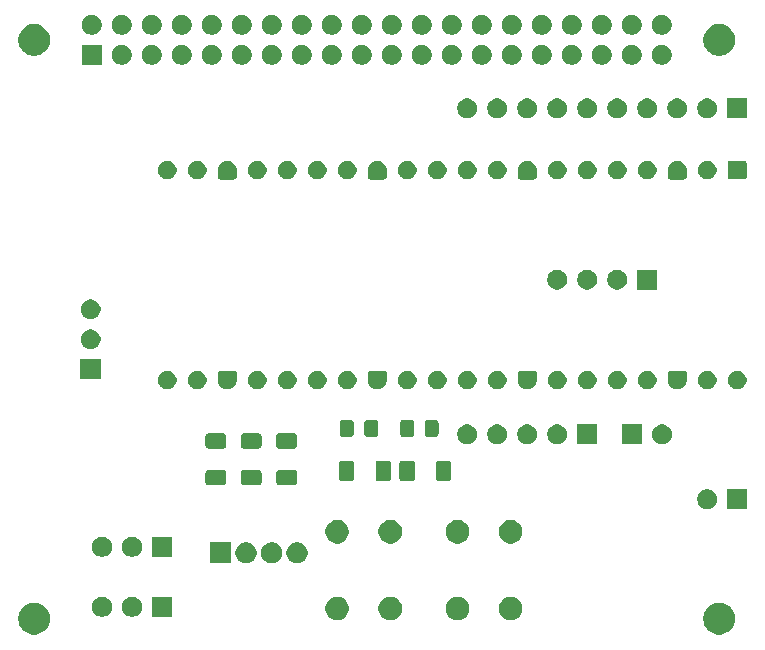
<source format=gbr>
G04 #@! TF.GenerationSoftware,KiCad,Pcbnew,9.0.1-1.fc42*
G04 #@! TF.CreationDate,2025-05-14T23:49:45-05:00*
G04 #@! TF.ProjectId,pico_driver,7069636f-5f64-4726-9976-65722e6b6963,rev?*
G04 #@! TF.SameCoordinates,Original*
G04 #@! TF.FileFunction,Soldermask,Top*
G04 #@! TF.FilePolarity,Negative*
%FSLAX46Y46*%
G04 Gerber Fmt 4.6, Leading zero omitted, Abs format (unit mm)*
G04 Created by KiCad (PCBNEW 9.0.1-1.fc42) date 2025-05-14 23:49:45*
%MOMM*%
%LPD*%
G01*
G04 APERTURE LIST*
G04 APERTURE END LIST*
G36*
X103815151Y-95187301D02*
G01*
X104016623Y-95252763D01*
X104205373Y-95348936D01*
X104376755Y-95473452D01*
X104526548Y-95623245D01*
X104651064Y-95794627D01*
X104747237Y-95983377D01*
X104812699Y-96184849D01*
X104845838Y-96394080D01*
X104845838Y-96605920D01*
X104812699Y-96815151D01*
X104747237Y-97016623D01*
X104651064Y-97205373D01*
X104526548Y-97376755D01*
X104376755Y-97526548D01*
X104205373Y-97651064D01*
X104016623Y-97747237D01*
X103815151Y-97812699D01*
X103605920Y-97845838D01*
X103394080Y-97845838D01*
X103184849Y-97812699D01*
X102983377Y-97747237D01*
X102794627Y-97651064D01*
X102623245Y-97526548D01*
X102473452Y-97376755D01*
X102348936Y-97205373D01*
X102252763Y-97016623D01*
X102187301Y-96815151D01*
X102154162Y-96605920D01*
X102154162Y-96394080D01*
X102187301Y-96184849D01*
X102252763Y-95983377D01*
X102348936Y-95794627D01*
X102473452Y-95623245D01*
X102623245Y-95473452D01*
X102794627Y-95348936D01*
X102983377Y-95252763D01*
X103184849Y-95187301D01*
X103394080Y-95154162D01*
X103605920Y-95154162D01*
X103815151Y-95187301D01*
G37*
G36*
X161815151Y-95187301D02*
G01*
X162016623Y-95252763D01*
X162205373Y-95348936D01*
X162376755Y-95473452D01*
X162526548Y-95623245D01*
X162651064Y-95794627D01*
X162747237Y-95983377D01*
X162812699Y-96184849D01*
X162845838Y-96394080D01*
X162845838Y-96605920D01*
X162812699Y-96815151D01*
X162747237Y-97016623D01*
X162651064Y-97205373D01*
X162526548Y-97376755D01*
X162376755Y-97526548D01*
X162205373Y-97651064D01*
X162016623Y-97747237D01*
X161815151Y-97812699D01*
X161605920Y-97845838D01*
X161394080Y-97845838D01*
X161184849Y-97812699D01*
X160983377Y-97747237D01*
X160794627Y-97651064D01*
X160623245Y-97526548D01*
X160473452Y-97376755D01*
X160348936Y-97205373D01*
X160252763Y-97016623D01*
X160187301Y-96815151D01*
X160154162Y-96605920D01*
X160154162Y-96394080D01*
X160187301Y-96184849D01*
X160252763Y-95983377D01*
X160348936Y-95794627D01*
X160473452Y-95623245D01*
X160623245Y-95473452D01*
X160794627Y-95348936D01*
X160983377Y-95252763D01*
X161184849Y-95187301D01*
X161394080Y-95154162D01*
X161605920Y-95154162D01*
X161815151Y-95187301D01*
G37*
G36*
X129440285Y-94693060D02*
G01*
X129621397Y-94768079D01*
X129784393Y-94876990D01*
X129923010Y-95015607D01*
X130031921Y-95178603D01*
X130106940Y-95359715D01*
X130145185Y-95551983D01*
X130145185Y-95748017D01*
X130106940Y-95940285D01*
X130031921Y-96121397D01*
X129923010Y-96284393D01*
X129784393Y-96423010D01*
X129621397Y-96531921D01*
X129440285Y-96606940D01*
X129248017Y-96645185D01*
X129051983Y-96645185D01*
X128859715Y-96606940D01*
X128678603Y-96531921D01*
X128515607Y-96423010D01*
X128376990Y-96284393D01*
X128268079Y-96121397D01*
X128193060Y-95940285D01*
X128154815Y-95748017D01*
X128154815Y-95551983D01*
X128193060Y-95359715D01*
X128268079Y-95178603D01*
X128376990Y-95015607D01*
X128515607Y-94876990D01*
X128678603Y-94768079D01*
X128859715Y-94693060D01*
X129051983Y-94654815D01*
X129248017Y-94654815D01*
X129440285Y-94693060D01*
G37*
G36*
X133940285Y-94693060D02*
G01*
X134121397Y-94768079D01*
X134284393Y-94876990D01*
X134423010Y-95015607D01*
X134531921Y-95178603D01*
X134606940Y-95359715D01*
X134645185Y-95551983D01*
X134645185Y-95748017D01*
X134606940Y-95940285D01*
X134531921Y-96121397D01*
X134423010Y-96284393D01*
X134284393Y-96423010D01*
X134121397Y-96531921D01*
X133940285Y-96606940D01*
X133748017Y-96645185D01*
X133551983Y-96645185D01*
X133359715Y-96606940D01*
X133178603Y-96531921D01*
X133015607Y-96423010D01*
X132876990Y-96284393D01*
X132768079Y-96121397D01*
X132693060Y-95940285D01*
X132654815Y-95748017D01*
X132654815Y-95551983D01*
X132693060Y-95359715D01*
X132768079Y-95178603D01*
X132876990Y-95015607D01*
X133015607Y-94876990D01*
X133178603Y-94768079D01*
X133359715Y-94693060D01*
X133551983Y-94654815D01*
X133748017Y-94654815D01*
X133940285Y-94693060D01*
G37*
G36*
X139640285Y-94693060D02*
G01*
X139821397Y-94768079D01*
X139984393Y-94876990D01*
X140123010Y-95015607D01*
X140231921Y-95178603D01*
X140306940Y-95359715D01*
X140345185Y-95551983D01*
X140345185Y-95748017D01*
X140306940Y-95940285D01*
X140231921Y-96121397D01*
X140123010Y-96284393D01*
X139984393Y-96423010D01*
X139821397Y-96531921D01*
X139640285Y-96606940D01*
X139448017Y-96645185D01*
X139251983Y-96645185D01*
X139059715Y-96606940D01*
X138878603Y-96531921D01*
X138715607Y-96423010D01*
X138576990Y-96284393D01*
X138468079Y-96121397D01*
X138393060Y-95940285D01*
X138354815Y-95748017D01*
X138354815Y-95551983D01*
X138393060Y-95359715D01*
X138468079Y-95178603D01*
X138576990Y-95015607D01*
X138715607Y-94876990D01*
X138878603Y-94768079D01*
X139059715Y-94693060D01*
X139251983Y-94654815D01*
X139448017Y-94654815D01*
X139640285Y-94693060D01*
G37*
G36*
X144140285Y-94693060D02*
G01*
X144321397Y-94768079D01*
X144484393Y-94876990D01*
X144623010Y-95015607D01*
X144731921Y-95178603D01*
X144806940Y-95359715D01*
X144845185Y-95551983D01*
X144845185Y-95748017D01*
X144806940Y-95940285D01*
X144731921Y-96121397D01*
X144623010Y-96284393D01*
X144484393Y-96423010D01*
X144321397Y-96531921D01*
X144140285Y-96606940D01*
X143948017Y-96645185D01*
X143751983Y-96645185D01*
X143559715Y-96606940D01*
X143378603Y-96531921D01*
X143215607Y-96423010D01*
X143076990Y-96284393D01*
X142968079Y-96121397D01*
X142893060Y-95940285D01*
X142854815Y-95748017D01*
X142854815Y-95551983D01*
X142893060Y-95359715D01*
X142968079Y-95178603D01*
X143076990Y-95015607D01*
X143215607Y-94876990D01*
X143378603Y-94768079D01*
X143559715Y-94693060D01*
X143751983Y-94654815D01*
X143948017Y-94654815D01*
X144140285Y-94693060D01*
G37*
G36*
X115170000Y-96350000D02*
G01*
X113470000Y-96350000D01*
X113470000Y-94650000D01*
X115170000Y-94650000D01*
X115170000Y-96350000D01*
G37*
G36*
X109486742Y-94686601D02*
G01*
X109640687Y-94750367D01*
X109779234Y-94842941D01*
X109897059Y-94960766D01*
X109989633Y-95099313D01*
X110053399Y-95253258D01*
X110085907Y-95416685D01*
X110085907Y-95583315D01*
X110053399Y-95746742D01*
X109989633Y-95900687D01*
X109897059Y-96039234D01*
X109779234Y-96157059D01*
X109640687Y-96249633D01*
X109486742Y-96313399D01*
X109323315Y-96345907D01*
X109156685Y-96345907D01*
X108993258Y-96313399D01*
X108839313Y-96249633D01*
X108700766Y-96157059D01*
X108582941Y-96039234D01*
X108490367Y-95900687D01*
X108426601Y-95746742D01*
X108394093Y-95583315D01*
X108394093Y-95416685D01*
X108426601Y-95253258D01*
X108490367Y-95099313D01*
X108582941Y-94960766D01*
X108700766Y-94842941D01*
X108839313Y-94750367D01*
X108993258Y-94686601D01*
X109156685Y-94654093D01*
X109323315Y-94654093D01*
X109486742Y-94686601D01*
G37*
G36*
X112026742Y-94686601D02*
G01*
X112180687Y-94750367D01*
X112319234Y-94842941D01*
X112437059Y-94960766D01*
X112529633Y-95099313D01*
X112593399Y-95253258D01*
X112625907Y-95416685D01*
X112625907Y-95583315D01*
X112593399Y-95746742D01*
X112529633Y-95900687D01*
X112437059Y-96039234D01*
X112319234Y-96157059D01*
X112180687Y-96249633D01*
X112026742Y-96313399D01*
X111863315Y-96345907D01*
X111696685Y-96345907D01*
X111533258Y-96313399D01*
X111379313Y-96249633D01*
X111240766Y-96157059D01*
X111122941Y-96039234D01*
X111030367Y-95900687D01*
X110966601Y-95746742D01*
X110934093Y-95583315D01*
X110934093Y-95416685D01*
X110966601Y-95253258D01*
X111030367Y-95099313D01*
X111122941Y-94960766D01*
X111240766Y-94842941D01*
X111379313Y-94750367D01*
X111533258Y-94686601D01*
X111696685Y-94654093D01*
X111863315Y-94654093D01*
X112026742Y-94686601D01*
G37*
G36*
X120185000Y-91825000D02*
G01*
X118385000Y-91825000D01*
X118385000Y-90025000D01*
X120185000Y-90025000D01*
X120185000Y-91825000D01*
G37*
G36*
X121705256Y-90063754D02*
G01*
X121868257Y-90131271D01*
X122014954Y-90229291D01*
X122139709Y-90354046D01*
X122237729Y-90500743D01*
X122305246Y-90663744D01*
X122339666Y-90836785D01*
X122339666Y-91013215D01*
X122305246Y-91186256D01*
X122237729Y-91349257D01*
X122139709Y-91495954D01*
X122014954Y-91620709D01*
X121868257Y-91718729D01*
X121705256Y-91786246D01*
X121532215Y-91820666D01*
X121355785Y-91820666D01*
X121182744Y-91786246D01*
X121019743Y-91718729D01*
X120873046Y-91620709D01*
X120748291Y-91495954D01*
X120650271Y-91349257D01*
X120582754Y-91186256D01*
X120548334Y-91013215D01*
X120548334Y-90836785D01*
X120582754Y-90663744D01*
X120650271Y-90500743D01*
X120748291Y-90354046D01*
X120873046Y-90229291D01*
X121019743Y-90131271D01*
X121182744Y-90063754D01*
X121355785Y-90029334D01*
X121532215Y-90029334D01*
X121705256Y-90063754D01*
G37*
G36*
X123864256Y-90063754D02*
G01*
X124027257Y-90131271D01*
X124173954Y-90229291D01*
X124298709Y-90354046D01*
X124396729Y-90500743D01*
X124464246Y-90663744D01*
X124498666Y-90836785D01*
X124498666Y-91013215D01*
X124464246Y-91186256D01*
X124396729Y-91349257D01*
X124298709Y-91495954D01*
X124173954Y-91620709D01*
X124027257Y-91718729D01*
X123864256Y-91786246D01*
X123691215Y-91820666D01*
X123514785Y-91820666D01*
X123341744Y-91786246D01*
X123178743Y-91718729D01*
X123032046Y-91620709D01*
X122907291Y-91495954D01*
X122809271Y-91349257D01*
X122741754Y-91186256D01*
X122707334Y-91013215D01*
X122707334Y-90836785D01*
X122741754Y-90663744D01*
X122809271Y-90500743D01*
X122907291Y-90354046D01*
X123032046Y-90229291D01*
X123178743Y-90131271D01*
X123341744Y-90063754D01*
X123514785Y-90029334D01*
X123691215Y-90029334D01*
X123864256Y-90063754D01*
G37*
G36*
X126023256Y-90063754D02*
G01*
X126186257Y-90131271D01*
X126332954Y-90229291D01*
X126457709Y-90354046D01*
X126555729Y-90500743D01*
X126623246Y-90663744D01*
X126657666Y-90836785D01*
X126657666Y-91013215D01*
X126623246Y-91186256D01*
X126555729Y-91349257D01*
X126457709Y-91495954D01*
X126332954Y-91620709D01*
X126186257Y-91718729D01*
X126023256Y-91786246D01*
X125850215Y-91820666D01*
X125673785Y-91820666D01*
X125500744Y-91786246D01*
X125337743Y-91718729D01*
X125191046Y-91620709D01*
X125066291Y-91495954D01*
X124968271Y-91349257D01*
X124900754Y-91186256D01*
X124866334Y-91013215D01*
X124866334Y-90836785D01*
X124900754Y-90663744D01*
X124968271Y-90500743D01*
X125066291Y-90354046D01*
X125191046Y-90229291D01*
X125337743Y-90131271D01*
X125500744Y-90063754D01*
X125673785Y-90029334D01*
X125850215Y-90029334D01*
X126023256Y-90063754D01*
G37*
G36*
X115170000Y-91270000D02*
G01*
X113470000Y-91270000D01*
X113470000Y-89570000D01*
X115170000Y-89570000D01*
X115170000Y-91270000D01*
G37*
G36*
X109486742Y-89606601D02*
G01*
X109640687Y-89670367D01*
X109779234Y-89762941D01*
X109897059Y-89880766D01*
X109989633Y-90019313D01*
X110053399Y-90173258D01*
X110085907Y-90336685D01*
X110085907Y-90503315D01*
X110053399Y-90666742D01*
X109989633Y-90820687D01*
X109897059Y-90959234D01*
X109779234Y-91077059D01*
X109640687Y-91169633D01*
X109486742Y-91233399D01*
X109323315Y-91265907D01*
X109156685Y-91265907D01*
X108993258Y-91233399D01*
X108839313Y-91169633D01*
X108700766Y-91077059D01*
X108582941Y-90959234D01*
X108490367Y-90820687D01*
X108426601Y-90666742D01*
X108394093Y-90503315D01*
X108394093Y-90336685D01*
X108426601Y-90173258D01*
X108490367Y-90019313D01*
X108582941Y-89880766D01*
X108700766Y-89762941D01*
X108839313Y-89670367D01*
X108993258Y-89606601D01*
X109156685Y-89574093D01*
X109323315Y-89574093D01*
X109486742Y-89606601D01*
G37*
G36*
X112026742Y-89606601D02*
G01*
X112180687Y-89670367D01*
X112319234Y-89762941D01*
X112437059Y-89880766D01*
X112529633Y-90019313D01*
X112593399Y-90173258D01*
X112625907Y-90336685D01*
X112625907Y-90503315D01*
X112593399Y-90666742D01*
X112529633Y-90820687D01*
X112437059Y-90959234D01*
X112319234Y-91077059D01*
X112180687Y-91169633D01*
X112026742Y-91233399D01*
X111863315Y-91265907D01*
X111696685Y-91265907D01*
X111533258Y-91233399D01*
X111379313Y-91169633D01*
X111240766Y-91077059D01*
X111122941Y-90959234D01*
X111030367Y-90820687D01*
X110966601Y-90666742D01*
X110934093Y-90503315D01*
X110934093Y-90336685D01*
X110966601Y-90173258D01*
X111030367Y-90019313D01*
X111122941Y-89880766D01*
X111240766Y-89762941D01*
X111379313Y-89670367D01*
X111533258Y-89606601D01*
X111696685Y-89574093D01*
X111863315Y-89574093D01*
X112026742Y-89606601D01*
G37*
G36*
X129440285Y-88193060D02*
G01*
X129621397Y-88268079D01*
X129784393Y-88376990D01*
X129923010Y-88515607D01*
X130031921Y-88678603D01*
X130106940Y-88859715D01*
X130145185Y-89051983D01*
X130145185Y-89248017D01*
X130106940Y-89440285D01*
X130031921Y-89621397D01*
X129923010Y-89784393D01*
X129784393Y-89923010D01*
X129621397Y-90031921D01*
X129440285Y-90106940D01*
X129248017Y-90145185D01*
X129051983Y-90145185D01*
X128859715Y-90106940D01*
X128678603Y-90031921D01*
X128515607Y-89923010D01*
X128376990Y-89784393D01*
X128268079Y-89621397D01*
X128193060Y-89440285D01*
X128154815Y-89248017D01*
X128154815Y-89051983D01*
X128193060Y-88859715D01*
X128268079Y-88678603D01*
X128376990Y-88515607D01*
X128515607Y-88376990D01*
X128678603Y-88268079D01*
X128859715Y-88193060D01*
X129051983Y-88154815D01*
X129248017Y-88154815D01*
X129440285Y-88193060D01*
G37*
G36*
X133940285Y-88193060D02*
G01*
X134121397Y-88268079D01*
X134284393Y-88376990D01*
X134423010Y-88515607D01*
X134531921Y-88678603D01*
X134606940Y-88859715D01*
X134645185Y-89051983D01*
X134645185Y-89248017D01*
X134606940Y-89440285D01*
X134531921Y-89621397D01*
X134423010Y-89784393D01*
X134284393Y-89923010D01*
X134121397Y-90031921D01*
X133940285Y-90106940D01*
X133748017Y-90145185D01*
X133551983Y-90145185D01*
X133359715Y-90106940D01*
X133178603Y-90031921D01*
X133015607Y-89923010D01*
X132876990Y-89784393D01*
X132768079Y-89621397D01*
X132693060Y-89440285D01*
X132654815Y-89248017D01*
X132654815Y-89051983D01*
X132693060Y-88859715D01*
X132768079Y-88678603D01*
X132876990Y-88515607D01*
X133015607Y-88376990D01*
X133178603Y-88268079D01*
X133359715Y-88193060D01*
X133551983Y-88154815D01*
X133748017Y-88154815D01*
X133940285Y-88193060D01*
G37*
G36*
X139640285Y-88193060D02*
G01*
X139821397Y-88268079D01*
X139984393Y-88376990D01*
X140123010Y-88515607D01*
X140231921Y-88678603D01*
X140306940Y-88859715D01*
X140345185Y-89051983D01*
X140345185Y-89248017D01*
X140306940Y-89440285D01*
X140231921Y-89621397D01*
X140123010Y-89784393D01*
X139984393Y-89923010D01*
X139821397Y-90031921D01*
X139640285Y-90106940D01*
X139448017Y-90145185D01*
X139251983Y-90145185D01*
X139059715Y-90106940D01*
X138878603Y-90031921D01*
X138715607Y-89923010D01*
X138576990Y-89784393D01*
X138468079Y-89621397D01*
X138393060Y-89440285D01*
X138354815Y-89248017D01*
X138354815Y-89051983D01*
X138393060Y-88859715D01*
X138468079Y-88678603D01*
X138576990Y-88515607D01*
X138715607Y-88376990D01*
X138878603Y-88268079D01*
X139059715Y-88193060D01*
X139251983Y-88154815D01*
X139448017Y-88154815D01*
X139640285Y-88193060D01*
G37*
G36*
X144140285Y-88193060D02*
G01*
X144321397Y-88268079D01*
X144484393Y-88376990D01*
X144623010Y-88515607D01*
X144731921Y-88678603D01*
X144806940Y-88859715D01*
X144845185Y-89051983D01*
X144845185Y-89248017D01*
X144806940Y-89440285D01*
X144731921Y-89621397D01*
X144623010Y-89784393D01*
X144484393Y-89923010D01*
X144321397Y-90031921D01*
X144140285Y-90106940D01*
X143948017Y-90145185D01*
X143751983Y-90145185D01*
X143559715Y-90106940D01*
X143378603Y-90031921D01*
X143215607Y-89923010D01*
X143076990Y-89784393D01*
X142968079Y-89621397D01*
X142893060Y-89440285D01*
X142854815Y-89248017D01*
X142854815Y-89051983D01*
X142893060Y-88859715D01*
X142968079Y-88678603D01*
X143076990Y-88515607D01*
X143215607Y-88376990D01*
X143378603Y-88268079D01*
X143559715Y-88193060D01*
X143751983Y-88154815D01*
X143948017Y-88154815D01*
X144140285Y-88193060D01*
G37*
G36*
X163870000Y-87250000D02*
G01*
X162170000Y-87250000D01*
X162170000Y-85550000D01*
X163870000Y-85550000D01*
X163870000Y-87250000D01*
G37*
G36*
X160726742Y-85586601D02*
G01*
X160880687Y-85650367D01*
X161019234Y-85742941D01*
X161137059Y-85860766D01*
X161229633Y-85999313D01*
X161293399Y-86153258D01*
X161325907Y-86316685D01*
X161325907Y-86483315D01*
X161293399Y-86646742D01*
X161229633Y-86800687D01*
X161137059Y-86939234D01*
X161019234Y-87057059D01*
X160880687Y-87149633D01*
X160726742Y-87213399D01*
X160563315Y-87245907D01*
X160396685Y-87245907D01*
X160233258Y-87213399D01*
X160079313Y-87149633D01*
X159940766Y-87057059D01*
X159822941Y-86939234D01*
X159730367Y-86800687D01*
X159666601Y-86646742D01*
X159634093Y-86483315D01*
X159634093Y-86316685D01*
X159666601Y-86153258D01*
X159730367Y-85999313D01*
X159822941Y-85860766D01*
X159940766Y-85742941D01*
X160079313Y-85650367D01*
X160233258Y-85586601D01*
X160396685Y-85554093D01*
X160563315Y-85554093D01*
X160726742Y-85586601D01*
G37*
G36*
X119509116Y-83910818D02*
G01*
X119560379Y-83916766D01*
X119577892Y-83924499D01*
X119600671Y-83929030D01*
X119625057Y-83945324D01*
X119645788Y-83954478D01*
X119659946Y-83968636D01*
X119681777Y-83983223D01*
X119696363Y-84005053D01*
X119710521Y-84019211D01*
X119719673Y-84039939D01*
X119735970Y-84064329D01*
X119740501Y-84087109D01*
X119748233Y-84104620D01*
X119754178Y-84155872D01*
X119755000Y-84160000D01*
X119755000Y-84960000D01*
X119754178Y-84964128D01*
X119748233Y-85015379D01*
X119740501Y-85032888D01*
X119735970Y-85055671D01*
X119719672Y-85080062D01*
X119710521Y-85100788D01*
X119696365Y-85114943D01*
X119681777Y-85136777D01*
X119659943Y-85151365D01*
X119645788Y-85165521D01*
X119625062Y-85174672D01*
X119600671Y-85190970D01*
X119577888Y-85195501D01*
X119560379Y-85203233D01*
X119509129Y-85209178D01*
X119505000Y-85210000D01*
X118255000Y-85210000D01*
X118250873Y-85209179D01*
X118199620Y-85203233D01*
X118182109Y-85195501D01*
X118159329Y-85190970D01*
X118134939Y-85174673D01*
X118114211Y-85165521D01*
X118100053Y-85151363D01*
X118078223Y-85136777D01*
X118063636Y-85114946D01*
X118049478Y-85100788D01*
X118040324Y-85080057D01*
X118024030Y-85055671D01*
X118019499Y-85032892D01*
X118011766Y-85015379D01*
X118005818Y-84964117D01*
X118005000Y-84960000D01*
X118005000Y-84160000D01*
X118005818Y-84155885D01*
X118011766Y-84104620D01*
X118019499Y-84087105D01*
X118024030Y-84064329D01*
X118040323Y-84039944D01*
X118049478Y-84019211D01*
X118063638Y-84005050D01*
X118078223Y-83983223D01*
X118100050Y-83968638D01*
X118114211Y-83954478D01*
X118134944Y-83945323D01*
X118159329Y-83929030D01*
X118182105Y-83924499D01*
X118199620Y-83916766D01*
X118250884Y-83910818D01*
X118255000Y-83910000D01*
X119505000Y-83910000D01*
X119509116Y-83910818D01*
G37*
G36*
X122509116Y-83910818D02*
G01*
X122560379Y-83916766D01*
X122577892Y-83924499D01*
X122600671Y-83929030D01*
X122625057Y-83945324D01*
X122645788Y-83954478D01*
X122659946Y-83968636D01*
X122681777Y-83983223D01*
X122696363Y-84005053D01*
X122710521Y-84019211D01*
X122719673Y-84039939D01*
X122735970Y-84064329D01*
X122740501Y-84087109D01*
X122748233Y-84104620D01*
X122754178Y-84155872D01*
X122755000Y-84160000D01*
X122755000Y-84960000D01*
X122754178Y-84964128D01*
X122748233Y-85015379D01*
X122740501Y-85032888D01*
X122735970Y-85055671D01*
X122719672Y-85080062D01*
X122710521Y-85100788D01*
X122696365Y-85114943D01*
X122681777Y-85136777D01*
X122659943Y-85151365D01*
X122645788Y-85165521D01*
X122625062Y-85174672D01*
X122600671Y-85190970D01*
X122577888Y-85195501D01*
X122560379Y-85203233D01*
X122509129Y-85209178D01*
X122505000Y-85210000D01*
X121255000Y-85210000D01*
X121250873Y-85209179D01*
X121199620Y-85203233D01*
X121182109Y-85195501D01*
X121159329Y-85190970D01*
X121134939Y-85174673D01*
X121114211Y-85165521D01*
X121100053Y-85151363D01*
X121078223Y-85136777D01*
X121063636Y-85114946D01*
X121049478Y-85100788D01*
X121040324Y-85080057D01*
X121024030Y-85055671D01*
X121019499Y-85032892D01*
X121011766Y-85015379D01*
X121005818Y-84964117D01*
X121005000Y-84960000D01*
X121005000Y-84160000D01*
X121005818Y-84155885D01*
X121011766Y-84104620D01*
X121019499Y-84087105D01*
X121024030Y-84064329D01*
X121040323Y-84039944D01*
X121049478Y-84019211D01*
X121063638Y-84005050D01*
X121078223Y-83983223D01*
X121100050Y-83968638D01*
X121114211Y-83954478D01*
X121134944Y-83945323D01*
X121159329Y-83929030D01*
X121182105Y-83924499D01*
X121199620Y-83916766D01*
X121250884Y-83910818D01*
X121255000Y-83910000D01*
X122505000Y-83910000D01*
X122509116Y-83910818D01*
G37*
G36*
X125509116Y-83910818D02*
G01*
X125560379Y-83916766D01*
X125577892Y-83924499D01*
X125600671Y-83929030D01*
X125625057Y-83945324D01*
X125645788Y-83954478D01*
X125659946Y-83968636D01*
X125681777Y-83983223D01*
X125696363Y-84005053D01*
X125710521Y-84019211D01*
X125719673Y-84039939D01*
X125735970Y-84064329D01*
X125740501Y-84087109D01*
X125748233Y-84104620D01*
X125754178Y-84155872D01*
X125755000Y-84160000D01*
X125755000Y-84960000D01*
X125754178Y-84964128D01*
X125748233Y-85015379D01*
X125740501Y-85032888D01*
X125735970Y-85055671D01*
X125719672Y-85080062D01*
X125710521Y-85100788D01*
X125696365Y-85114943D01*
X125681777Y-85136777D01*
X125659943Y-85151365D01*
X125645788Y-85165521D01*
X125625062Y-85174672D01*
X125600671Y-85190970D01*
X125577888Y-85195501D01*
X125560379Y-85203233D01*
X125509129Y-85209178D01*
X125505000Y-85210000D01*
X124255000Y-85210000D01*
X124250873Y-85209179D01*
X124199620Y-85203233D01*
X124182109Y-85195501D01*
X124159329Y-85190970D01*
X124134939Y-85174673D01*
X124114211Y-85165521D01*
X124100053Y-85151363D01*
X124078223Y-85136777D01*
X124063636Y-85114946D01*
X124049478Y-85100788D01*
X124040324Y-85080057D01*
X124024030Y-85055671D01*
X124019499Y-85032892D01*
X124011766Y-85015379D01*
X124005818Y-84964117D01*
X124005000Y-84960000D01*
X124005000Y-84160000D01*
X124005818Y-84155885D01*
X124011766Y-84104620D01*
X124019499Y-84087105D01*
X124024030Y-84064329D01*
X124040323Y-84039944D01*
X124049478Y-84019211D01*
X124063638Y-84005050D01*
X124078223Y-83983223D01*
X124100050Y-83968638D01*
X124114211Y-83954478D01*
X124134944Y-83945323D01*
X124159329Y-83929030D01*
X124182105Y-83924499D01*
X124199620Y-83916766D01*
X124250884Y-83910818D01*
X124255000Y-83910000D01*
X125505000Y-83910000D01*
X125509116Y-83910818D01*
G37*
G36*
X130366616Y-83125818D02*
G01*
X130417879Y-83131766D01*
X130435392Y-83139499D01*
X130458171Y-83144030D01*
X130482557Y-83160324D01*
X130503288Y-83169478D01*
X130517446Y-83183636D01*
X130539277Y-83198223D01*
X130553863Y-83220053D01*
X130568021Y-83234211D01*
X130577173Y-83254939D01*
X130593470Y-83279329D01*
X130598001Y-83302109D01*
X130605733Y-83319620D01*
X130611678Y-83370872D01*
X130612500Y-83375000D01*
X130612500Y-84625000D01*
X130611678Y-84629128D01*
X130605733Y-84680379D01*
X130598001Y-84697888D01*
X130593470Y-84720671D01*
X130577172Y-84745062D01*
X130568021Y-84765788D01*
X130553865Y-84779943D01*
X130539277Y-84801777D01*
X130517443Y-84816365D01*
X130503288Y-84830521D01*
X130482562Y-84839672D01*
X130458171Y-84855970D01*
X130435388Y-84860501D01*
X130417879Y-84868233D01*
X130366629Y-84874178D01*
X130362500Y-84875000D01*
X129562500Y-84875000D01*
X129558373Y-84874179D01*
X129507120Y-84868233D01*
X129489609Y-84860501D01*
X129466829Y-84855970D01*
X129442439Y-84839673D01*
X129421711Y-84830521D01*
X129407553Y-84816363D01*
X129385723Y-84801777D01*
X129371136Y-84779946D01*
X129356978Y-84765788D01*
X129347824Y-84745057D01*
X129331530Y-84720671D01*
X129326999Y-84697892D01*
X129319266Y-84680379D01*
X129313318Y-84629117D01*
X129312500Y-84625000D01*
X129312500Y-83375000D01*
X129313318Y-83370885D01*
X129319266Y-83319620D01*
X129326999Y-83302105D01*
X129331530Y-83279329D01*
X129347823Y-83254944D01*
X129356978Y-83234211D01*
X129371138Y-83220050D01*
X129385723Y-83198223D01*
X129407550Y-83183638D01*
X129421711Y-83169478D01*
X129442444Y-83160323D01*
X129466829Y-83144030D01*
X129489605Y-83139499D01*
X129507120Y-83131766D01*
X129558384Y-83125818D01*
X129562500Y-83125000D01*
X130362500Y-83125000D01*
X130366616Y-83125818D01*
G37*
G36*
X133466616Y-83125818D02*
G01*
X133517879Y-83131766D01*
X133535392Y-83139499D01*
X133558171Y-83144030D01*
X133582557Y-83160324D01*
X133603288Y-83169478D01*
X133617446Y-83183636D01*
X133639277Y-83198223D01*
X133653863Y-83220053D01*
X133668021Y-83234211D01*
X133677173Y-83254939D01*
X133693470Y-83279329D01*
X133698001Y-83302109D01*
X133705733Y-83319620D01*
X133711678Y-83370872D01*
X133712500Y-83375000D01*
X133712500Y-84625000D01*
X133711678Y-84629128D01*
X133705733Y-84680379D01*
X133698001Y-84697888D01*
X133693470Y-84720671D01*
X133677172Y-84745062D01*
X133668021Y-84765788D01*
X133653865Y-84779943D01*
X133639277Y-84801777D01*
X133617443Y-84816365D01*
X133603288Y-84830521D01*
X133582562Y-84839672D01*
X133558171Y-84855970D01*
X133535388Y-84860501D01*
X133517879Y-84868233D01*
X133466629Y-84874178D01*
X133462500Y-84875000D01*
X132662500Y-84875000D01*
X132658373Y-84874179D01*
X132607120Y-84868233D01*
X132589609Y-84860501D01*
X132566829Y-84855970D01*
X132542439Y-84839673D01*
X132521711Y-84830521D01*
X132507553Y-84816363D01*
X132485723Y-84801777D01*
X132471136Y-84779946D01*
X132456978Y-84765788D01*
X132447824Y-84745057D01*
X132431530Y-84720671D01*
X132426999Y-84697892D01*
X132419266Y-84680379D01*
X132413318Y-84629117D01*
X132412500Y-84625000D01*
X132412500Y-83375000D01*
X132413318Y-83370885D01*
X132419266Y-83319620D01*
X132426999Y-83302105D01*
X132431530Y-83279329D01*
X132447823Y-83254944D01*
X132456978Y-83234211D01*
X132471138Y-83220050D01*
X132485723Y-83198223D01*
X132507550Y-83183638D01*
X132521711Y-83169478D01*
X132542444Y-83160323D01*
X132566829Y-83144030D01*
X132589605Y-83139499D01*
X132607120Y-83131766D01*
X132658384Y-83125818D01*
X132662500Y-83125000D01*
X133462500Y-83125000D01*
X133466616Y-83125818D01*
G37*
G36*
X135479116Y-83125818D02*
G01*
X135530379Y-83131766D01*
X135547892Y-83139499D01*
X135570671Y-83144030D01*
X135595057Y-83160324D01*
X135615788Y-83169478D01*
X135629946Y-83183636D01*
X135651777Y-83198223D01*
X135666363Y-83220053D01*
X135680521Y-83234211D01*
X135689673Y-83254939D01*
X135705970Y-83279329D01*
X135710501Y-83302109D01*
X135718233Y-83319620D01*
X135724178Y-83370872D01*
X135725000Y-83375000D01*
X135725000Y-84625000D01*
X135724178Y-84629128D01*
X135718233Y-84680379D01*
X135710501Y-84697888D01*
X135705970Y-84720671D01*
X135689672Y-84745062D01*
X135680521Y-84765788D01*
X135666365Y-84779943D01*
X135651777Y-84801777D01*
X135629943Y-84816365D01*
X135615788Y-84830521D01*
X135595062Y-84839672D01*
X135570671Y-84855970D01*
X135547888Y-84860501D01*
X135530379Y-84868233D01*
X135479129Y-84874178D01*
X135475000Y-84875000D01*
X134675000Y-84875000D01*
X134670873Y-84874179D01*
X134619620Y-84868233D01*
X134602109Y-84860501D01*
X134579329Y-84855970D01*
X134554939Y-84839673D01*
X134534211Y-84830521D01*
X134520053Y-84816363D01*
X134498223Y-84801777D01*
X134483636Y-84779946D01*
X134469478Y-84765788D01*
X134460324Y-84745057D01*
X134444030Y-84720671D01*
X134439499Y-84697892D01*
X134431766Y-84680379D01*
X134425818Y-84629117D01*
X134425000Y-84625000D01*
X134425000Y-83375000D01*
X134425818Y-83370885D01*
X134431766Y-83319620D01*
X134439499Y-83302105D01*
X134444030Y-83279329D01*
X134460323Y-83254944D01*
X134469478Y-83234211D01*
X134483638Y-83220050D01*
X134498223Y-83198223D01*
X134520050Y-83183638D01*
X134534211Y-83169478D01*
X134554944Y-83160323D01*
X134579329Y-83144030D01*
X134602105Y-83139499D01*
X134619620Y-83131766D01*
X134670884Y-83125818D01*
X134675000Y-83125000D01*
X135475000Y-83125000D01*
X135479116Y-83125818D01*
G37*
G36*
X138579116Y-83125818D02*
G01*
X138630379Y-83131766D01*
X138647892Y-83139499D01*
X138670671Y-83144030D01*
X138695057Y-83160324D01*
X138715788Y-83169478D01*
X138729946Y-83183636D01*
X138751777Y-83198223D01*
X138766363Y-83220053D01*
X138780521Y-83234211D01*
X138789673Y-83254939D01*
X138805970Y-83279329D01*
X138810501Y-83302109D01*
X138818233Y-83319620D01*
X138824178Y-83370872D01*
X138825000Y-83375000D01*
X138825000Y-84625000D01*
X138824178Y-84629128D01*
X138818233Y-84680379D01*
X138810501Y-84697888D01*
X138805970Y-84720671D01*
X138789672Y-84745062D01*
X138780521Y-84765788D01*
X138766365Y-84779943D01*
X138751777Y-84801777D01*
X138729943Y-84816365D01*
X138715788Y-84830521D01*
X138695062Y-84839672D01*
X138670671Y-84855970D01*
X138647888Y-84860501D01*
X138630379Y-84868233D01*
X138579129Y-84874178D01*
X138575000Y-84875000D01*
X137775000Y-84875000D01*
X137770873Y-84874179D01*
X137719620Y-84868233D01*
X137702109Y-84860501D01*
X137679329Y-84855970D01*
X137654939Y-84839673D01*
X137634211Y-84830521D01*
X137620053Y-84816363D01*
X137598223Y-84801777D01*
X137583636Y-84779946D01*
X137569478Y-84765788D01*
X137560324Y-84745057D01*
X137544030Y-84720671D01*
X137539499Y-84697892D01*
X137531766Y-84680379D01*
X137525818Y-84629117D01*
X137525000Y-84625000D01*
X137525000Y-83375000D01*
X137525818Y-83370885D01*
X137531766Y-83319620D01*
X137539499Y-83302105D01*
X137544030Y-83279329D01*
X137560323Y-83254944D01*
X137569478Y-83234211D01*
X137583638Y-83220050D01*
X137598223Y-83198223D01*
X137620050Y-83183638D01*
X137634211Y-83169478D01*
X137654944Y-83160323D01*
X137679329Y-83144030D01*
X137702105Y-83139499D01*
X137719620Y-83131766D01*
X137770884Y-83125818D01*
X137775000Y-83125000D01*
X138575000Y-83125000D01*
X138579116Y-83125818D01*
G37*
G36*
X119509116Y-80810818D02*
G01*
X119560379Y-80816766D01*
X119577892Y-80824499D01*
X119600671Y-80829030D01*
X119625057Y-80845324D01*
X119645788Y-80854478D01*
X119659946Y-80868636D01*
X119681777Y-80883223D01*
X119696363Y-80905053D01*
X119710521Y-80919211D01*
X119719673Y-80939939D01*
X119735970Y-80964329D01*
X119740501Y-80987109D01*
X119748233Y-81004620D01*
X119754178Y-81055872D01*
X119755000Y-81060000D01*
X119755000Y-81860000D01*
X119754178Y-81864128D01*
X119748233Y-81915379D01*
X119740501Y-81932888D01*
X119735970Y-81955671D01*
X119719672Y-81980062D01*
X119710521Y-82000788D01*
X119696365Y-82014943D01*
X119681777Y-82036777D01*
X119659943Y-82051365D01*
X119645788Y-82065521D01*
X119625062Y-82074672D01*
X119600671Y-82090970D01*
X119577888Y-82095501D01*
X119560379Y-82103233D01*
X119509129Y-82109178D01*
X119505000Y-82110000D01*
X118255000Y-82110000D01*
X118250873Y-82109179D01*
X118199620Y-82103233D01*
X118182109Y-82095501D01*
X118159329Y-82090970D01*
X118134939Y-82074673D01*
X118114211Y-82065521D01*
X118100053Y-82051363D01*
X118078223Y-82036777D01*
X118063636Y-82014946D01*
X118049478Y-82000788D01*
X118040324Y-81980057D01*
X118024030Y-81955671D01*
X118019499Y-81932892D01*
X118011766Y-81915379D01*
X118005818Y-81864117D01*
X118005000Y-81860000D01*
X118005000Y-81060000D01*
X118005818Y-81055885D01*
X118011766Y-81004620D01*
X118019499Y-80987105D01*
X118024030Y-80964329D01*
X118040323Y-80939944D01*
X118049478Y-80919211D01*
X118063638Y-80905050D01*
X118078223Y-80883223D01*
X118100050Y-80868638D01*
X118114211Y-80854478D01*
X118134944Y-80845323D01*
X118159329Y-80829030D01*
X118182105Y-80824499D01*
X118199620Y-80816766D01*
X118250884Y-80810818D01*
X118255000Y-80810000D01*
X119505000Y-80810000D01*
X119509116Y-80810818D01*
G37*
G36*
X122509116Y-80810818D02*
G01*
X122560379Y-80816766D01*
X122577892Y-80824499D01*
X122600671Y-80829030D01*
X122625057Y-80845324D01*
X122645788Y-80854478D01*
X122659946Y-80868636D01*
X122681777Y-80883223D01*
X122696363Y-80905053D01*
X122710521Y-80919211D01*
X122719673Y-80939939D01*
X122735970Y-80964329D01*
X122740501Y-80987109D01*
X122748233Y-81004620D01*
X122754178Y-81055872D01*
X122755000Y-81060000D01*
X122755000Y-81860000D01*
X122754178Y-81864128D01*
X122748233Y-81915379D01*
X122740501Y-81932888D01*
X122735970Y-81955671D01*
X122719672Y-81980062D01*
X122710521Y-82000788D01*
X122696365Y-82014943D01*
X122681777Y-82036777D01*
X122659943Y-82051365D01*
X122645788Y-82065521D01*
X122625062Y-82074672D01*
X122600671Y-82090970D01*
X122577888Y-82095501D01*
X122560379Y-82103233D01*
X122509129Y-82109178D01*
X122505000Y-82110000D01*
X121255000Y-82110000D01*
X121250873Y-82109179D01*
X121199620Y-82103233D01*
X121182109Y-82095501D01*
X121159329Y-82090970D01*
X121134939Y-82074673D01*
X121114211Y-82065521D01*
X121100053Y-82051363D01*
X121078223Y-82036777D01*
X121063636Y-82014946D01*
X121049478Y-82000788D01*
X121040324Y-81980057D01*
X121024030Y-81955671D01*
X121019499Y-81932892D01*
X121011766Y-81915379D01*
X121005818Y-81864117D01*
X121005000Y-81860000D01*
X121005000Y-81060000D01*
X121005818Y-81055885D01*
X121011766Y-81004620D01*
X121019499Y-80987105D01*
X121024030Y-80964329D01*
X121040323Y-80939944D01*
X121049478Y-80919211D01*
X121063638Y-80905050D01*
X121078223Y-80883223D01*
X121100050Y-80868638D01*
X121114211Y-80854478D01*
X121134944Y-80845323D01*
X121159329Y-80829030D01*
X121182105Y-80824499D01*
X121199620Y-80816766D01*
X121250884Y-80810818D01*
X121255000Y-80810000D01*
X122505000Y-80810000D01*
X122509116Y-80810818D01*
G37*
G36*
X125509116Y-80810818D02*
G01*
X125560379Y-80816766D01*
X125577892Y-80824499D01*
X125600671Y-80829030D01*
X125625057Y-80845324D01*
X125645788Y-80854478D01*
X125659946Y-80868636D01*
X125681777Y-80883223D01*
X125696363Y-80905053D01*
X125710521Y-80919211D01*
X125719673Y-80939939D01*
X125735970Y-80964329D01*
X125740501Y-80987109D01*
X125748233Y-81004620D01*
X125754178Y-81055872D01*
X125755000Y-81060000D01*
X125755000Y-81860000D01*
X125754178Y-81864128D01*
X125748233Y-81915379D01*
X125740501Y-81932888D01*
X125735970Y-81955671D01*
X125719672Y-81980062D01*
X125710521Y-82000788D01*
X125696365Y-82014943D01*
X125681777Y-82036777D01*
X125659943Y-82051365D01*
X125645788Y-82065521D01*
X125625062Y-82074672D01*
X125600671Y-82090970D01*
X125577888Y-82095501D01*
X125560379Y-82103233D01*
X125509129Y-82109178D01*
X125505000Y-82110000D01*
X124255000Y-82110000D01*
X124250873Y-82109179D01*
X124199620Y-82103233D01*
X124182109Y-82095501D01*
X124159329Y-82090970D01*
X124134939Y-82074673D01*
X124114211Y-82065521D01*
X124100053Y-82051363D01*
X124078223Y-82036777D01*
X124063636Y-82014946D01*
X124049478Y-82000788D01*
X124040324Y-81980057D01*
X124024030Y-81955671D01*
X124019499Y-81932892D01*
X124011766Y-81915379D01*
X124005818Y-81864117D01*
X124005000Y-81860000D01*
X124005000Y-81060000D01*
X124005818Y-81055885D01*
X124011766Y-81004620D01*
X124019499Y-80987105D01*
X124024030Y-80964329D01*
X124040323Y-80939944D01*
X124049478Y-80919211D01*
X124063638Y-80905050D01*
X124078223Y-80883223D01*
X124100050Y-80868638D01*
X124114211Y-80854478D01*
X124134944Y-80845323D01*
X124159329Y-80829030D01*
X124182105Y-80824499D01*
X124199620Y-80816766D01*
X124250884Y-80810818D01*
X124255000Y-80810000D01*
X125505000Y-80810000D01*
X125509116Y-80810818D01*
G37*
G36*
X151170000Y-81750000D02*
G01*
X149470000Y-81750000D01*
X149470000Y-80050000D01*
X151170000Y-80050000D01*
X151170000Y-81750000D01*
G37*
G36*
X154975000Y-81750000D02*
G01*
X153275000Y-81750000D01*
X153275000Y-80050000D01*
X154975000Y-80050000D01*
X154975000Y-81750000D01*
G37*
G36*
X140406742Y-80086601D02*
G01*
X140560687Y-80150367D01*
X140699234Y-80242941D01*
X140817059Y-80360766D01*
X140909633Y-80499313D01*
X140973399Y-80653258D01*
X141005907Y-80816685D01*
X141005907Y-80983315D01*
X140973399Y-81146742D01*
X140909633Y-81300687D01*
X140817059Y-81439234D01*
X140699234Y-81557059D01*
X140560687Y-81649633D01*
X140406742Y-81713399D01*
X140243315Y-81745907D01*
X140076685Y-81745907D01*
X139913258Y-81713399D01*
X139759313Y-81649633D01*
X139620766Y-81557059D01*
X139502941Y-81439234D01*
X139410367Y-81300687D01*
X139346601Y-81146742D01*
X139314093Y-80983315D01*
X139314093Y-80816685D01*
X139346601Y-80653258D01*
X139410367Y-80499313D01*
X139502941Y-80360766D01*
X139620766Y-80242941D01*
X139759313Y-80150367D01*
X139913258Y-80086601D01*
X140076685Y-80054093D01*
X140243315Y-80054093D01*
X140406742Y-80086601D01*
G37*
G36*
X142946742Y-80086601D02*
G01*
X143100687Y-80150367D01*
X143239234Y-80242941D01*
X143357059Y-80360766D01*
X143449633Y-80499313D01*
X143513399Y-80653258D01*
X143545907Y-80816685D01*
X143545907Y-80983315D01*
X143513399Y-81146742D01*
X143449633Y-81300687D01*
X143357059Y-81439234D01*
X143239234Y-81557059D01*
X143100687Y-81649633D01*
X142946742Y-81713399D01*
X142783315Y-81745907D01*
X142616685Y-81745907D01*
X142453258Y-81713399D01*
X142299313Y-81649633D01*
X142160766Y-81557059D01*
X142042941Y-81439234D01*
X141950367Y-81300687D01*
X141886601Y-81146742D01*
X141854093Y-80983315D01*
X141854093Y-80816685D01*
X141886601Y-80653258D01*
X141950367Y-80499313D01*
X142042941Y-80360766D01*
X142160766Y-80242941D01*
X142299313Y-80150367D01*
X142453258Y-80086601D01*
X142616685Y-80054093D01*
X142783315Y-80054093D01*
X142946742Y-80086601D01*
G37*
G36*
X145486742Y-80086601D02*
G01*
X145640687Y-80150367D01*
X145779234Y-80242941D01*
X145897059Y-80360766D01*
X145989633Y-80499313D01*
X146053399Y-80653258D01*
X146085907Y-80816685D01*
X146085907Y-80983315D01*
X146053399Y-81146742D01*
X145989633Y-81300687D01*
X145897059Y-81439234D01*
X145779234Y-81557059D01*
X145640687Y-81649633D01*
X145486742Y-81713399D01*
X145323315Y-81745907D01*
X145156685Y-81745907D01*
X144993258Y-81713399D01*
X144839313Y-81649633D01*
X144700766Y-81557059D01*
X144582941Y-81439234D01*
X144490367Y-81300687D01*
X144426601Y-81146742D01*
X144394093Y-80983315D01*
X144394093Y-80816685D01*
X144426601Y-80653258D01*
X144490367Y-80499313D01*
X144582941Y-80360766D01*
X144700766Y-80242941D01*
X144839313Y-80150367D01*
X144993258Y-80086601D01*
X145156685Y-80054093D01*
X145323315Y-80054093D01*
X145486742Y-80086601D01*
G37*
G36*
X148026742Y-80086601D02*
G01*
X148180687Y-80150367D01*
X148319234Y-80242941D01*
X148437059Y-80360766D01*
X148529633Y-80499313D01*
X148593399Y-80653258D01*
X148625907Y-80816685D01*
X148625907Y-80983315D01*
X148593399Y-81146742D01*
X148529633Y-81300687D01*
X148437059Y-81439234D01*
X148319234Y-81557059D01*
X148180687Y-81649633D01*
X148026742Y-81713399D01*
X147863315Y-81745907D01*
X147696685Y-81745907D01*
X147533258Y-81713399D01*
X147379313Y-81649633D01*
X147240766Y-81557059D01*
X147122941Y-81439234D01*
X147030367Y-81300687D01*
X146966601Y-81146742D01*
X146934093Y-80983315D01*
X146934093Y-80816685D01*
X146966601Y-80653258D01*
X147030367Y-80499313D01*
X147122941Y-80360766D01*
X147240766Y-80242941D01*
X147379313Y-80150367D01*
X147533258Y-80086601D01*
X147696685Y-80054093D01*
X147863315Y-80054093D01*
X148026742Y-80086601D01*
G37*
G36*
X156911742Y-80086601D02*
G01*
X157065687Y-80150367D01*
X157204234Y-80242941D01*
X157322059Y-80360766D01*
X157414633Y-80499313D01*
X157478399Y-80653258D01*
X157510907Y-80816685D01*
X157510907Y-80983315D01*
X157478399Y-81146742D01*
X157414633Y-81300687D01*
X157322059Y-81439234D01*
X157204234Y-81557059D01*
X157065687Y-81649633D01*
X156911742Y-81713399D01*
X156748315Y-81745907D01*
X156581685Y-81745907D01*
X156418258Y-81713399D01*
X156264313Y-81649633D01*
X156125766Y-81557059D01*
X156007941Y-81439234D01*
X155915367Y-81300687D01*
X155851601Y-81146742D01*
X155819093Y-80983315D01*
X155819093Y-80816685D01*
X155851601Y-80653258D01*
X155915367Y-80499313D01*
X156007941Y-80360766D01*
X156125766Y-80242941D01*
X156264313Y-80150367D01*
X156418258Y-80086601D01*
X156581685Y-80054093D01*
X156748315Y-80054093D01*
X156911742Y-80086601D01*
G37*
G36*
X130304116Y-79675818D02*
G01*
X130355379Y-79681766D01*
X130372892Y-79689499D01*
X130395671Y-79694030D01*
X130420057Y-79710324D01*
X130440788Y-79719478D01*
X130454946Y-79733636D01*
X130476777Y-79748223D01*
X130491363Y-79770053D01*
X130505521Y-79784211D01*
X130514673Y-79804939D01*
X130530970Y-79829329D01*
X130535501Y-79852109D01*
X130543233Y-79869620D01*
X130549178Y-79920872D01*
X130550000Y-79925000D01*
X130550000Y-80875000D01*
X130549178Y-80879128D01*
X130543233Y-80930379D01*
X130535501Y-80947888D01*
X130530970Y-80970671D01*
X130514672Y-80995062D01*
X130505521Y-81015788D01*
X130491365Y-81029943D01*
X130476777Y-81051777D01*
X130454943Y-81066365D01*
X130440788Y-81080521D01*
X130420062Y-81089672D01*
X130395671Y-81105970D01*
X130372888Y-81110501D01*
X130355379Y-81118233D01*
X130304129Y-81124178D01*
X130300000Y-81125000D01*
X129625000Y-81125000D01*
X129620873Y-81124179D01*
X129569620Y-81118233D01*
X129552109Y-81110501D01*
X129529329Y-81105970D01*
X129504939Y-81089673D01*
X129484211Y-81080521D01*
X129470053Y-81066363D01*
X129448223Y-81051777D01*
X129433636Y-81029946D01*
X129419478Y-81015788D01*
X129410324Y-80995057D01*
X129394030Y-80970671D01*
X129389499Y-80947892D01*
X129381766Y-80930379D01*
X129375818Y-80879117D01*
X129375000Y-80875000D01*
X129375000Y-79925000D01*
X129375818Y-79920885D01*
X129381766Y-79869620D01*
X129389499Y-79852105D01*
X129394030Y-79829329D01*
X129410323Y-79804944D01*
X129419478Y-79784211D01*
X129433638Y-79770050D01*
X129448223Y-79748223D01*
X129470050Y-79733638D01*
X129484211Y-79719478D01*
X129504944Y-79710323D01*
X129529329Y-79694030D01*
X129552105Y-79689499D01*
X129569620Y-79681766D01*
X129620884Y-79675818D01*
X129625000Y-79675000D01*
X130300000Y-79675000D01*
X130304116Y-79675818D01*
G37*
G36*
X132379116Y-79675818D02*
G01*
X132430379Y-79681766D01*
X132447892Y-79689499D01*
X132470671Y-79694030D01*
X132495057Y-79710324D01*
X132515788Y-79719478D01*
X132529946Y-79733636D01*
X132551777Y-79748223D01*
X132566363Y-79770053D01*
X132580521Y-79784211D01*
X132589673Y-79804939D01*
X132605970Y-79829329D01*
X132610501Y-79852109D01*
X132618233Y-79869620D01*
X132624178Y-79920872D01*
X132625000Y-79925000D01*
X132625000Y-80875000D01*
X132624178Y-80879128D01*
X132618233Y-80930379D01*
X132610501Y-80947888D01*
X132605970Y-80970671D01*
X132589672Y-80995062D01*
X132580521Y-81015788D01*
X132566365Y-81029943D01*
X132551777Y-81051777D01*
X132529943Y-81066365D01*
X132515788Y-81080521D01*
X132495062Y-81089672D01*
X132470671Y-81105970D01*
X132447888Y-81110501D01*
X132430379Y-81118233D01*
X132379129Y-81124178D01*
X132375000Y-81125000D01*
X131700000Y-81125000D01*
X131695873Y-81124179D01*
X131644620Y-81118233D01*
X131627109Y-81110501D01*
X131604329Y-81105970D01*
X131579939Y-81089673D01*
X131559211Y-81080521D01*
X131545053Y-81066363D01*
X131523223Y-81051777D01*
X131508636Y-81029946D01*
X131494478Y-81015788D01*
X131485324Y-80995057D01*
X131469030Y-80970671D01*
X131464499Y-80947892D01*
X131456766Y-80930379D01*
X131450818Y-80879117D01*
X131450000Y-80875000D01*
X131450000Y-79925000D01*
X131450818Y-79920885D01*
X131456766Y-79869620D01*
X131464499Y-79852105D01*
X131469030Y-79829329D01*
X131485323Y-79804944D01*
X131494478Y-79784211D01*
X131508638Y-79770050D01*
X131523223Y-79748223D01*
X131545050Y-79733638D01*
X131559211Y-79719478D01*
X131579944Y-79710323D01*
X131604329Y-79694030D01*
X131627105Y-79689499D01*
X131644620Y-79681766D01*
X131695884Y-79675818D01*
X131700000Y-79675000D01*
X132375000Y-79675000D01*
X132379116Y-79675818D01*
G37*
G36*
X135416616Y-79675818D02*
G01*
X135467879Y-79681766D01*
X135485392Y-79689499D01*
X135508171Y-79694030D01*
X135532557Y-79710324D01*
X135553288Y-79719478D01*
X135567446Y-79733636D01*
X135589277Y-79748223D01*
X135603863Y-79770053D01*
X135618021Y-79784211D01*
X135627173Y-79804939D01*
X135643470Y-79829329D01*
X135648001Y-79852109D01*
X135655733Y-79869620D01*
X135661678Y-79920872D01*
X135662500Y-79925000D01*
X135662500Y-80875000D01*
X135661678Y-80879128D01*
X135655733Y-80930379D01*
X135648001Y-80947888D01*
X135643470Y-80970671D01*
X135627172Y-80995062D01*
X135618021Y-81015788D01*
X135603865Y-81029943D01*
X135589277Y-81051777D01*
X135567443Y-81066365D01*
X135553288Y-81080521D01*
X135532562Y-81089672D01*
X135508171Y-81105970D01*
X135485388Y-81110501D01*
X135467879Y-81118233D01*
X135416629Y-81124178D01*
X135412500Y-81125000D01*
X134737500Y-81125000D01*
X134733373Y-81124179D01*
X134682120Y-81118233D01*
X134664609Y-81110501D01*
X134641829Y-81105970D01*
X134617439Y-81089673D01*
X134596711Y-81080521D01*
X134582553Y-81066363D01*
X134560723Y-81051777D01*
X134546136Y-81029946D01*
X134531978Y-81015788D01*
X134522824Y-80995057D01*
X134506530Y-80970671D01*
X134501999Y-80947892D01*
X134494266Y-80930379D01*
X134488318Y-80879117D01*
X134487500Y-80875000D01*
X134487500Y-79925000D01*
X134488318Y-79920885D01*
X134494266Y-79869620D01*
X134501999Y-79852105D01*
X134506530Y-79829329D01*
X134522823Y-79804944D01*
X134531978Y-79784211D01*
X134546138Y-79770050D01*
X134560723Y-79748223D01*
X134582550Y-79733638D01*
X134596711Y-79719478D01*
X134617444Y-79710323D01*
X134641829Y-79694030D01*
X134664605Y-79689499D01*
X134682120Y-79681766D01*
X134733384Y-79675818D01*
X134737500Y-79675000D01*
X135412500Y-79675000D01*
X135416616Y-79675818D01*
G37*
G36*
X137491616Y-79675818D02*
G01*
X137542879Y-79681766D01*
X137560392Y-79689499D01*
X137583171Y-79694030D01*
X137607557Y-79710324D01*
X137628288Y-79719478D01*
X137642446Y-79733636D01*
X137664277Y-79748223D01*
X137678863Y-79770053D01*
X137693021Y-79784211D01*
X137702173Y-79804939D01*
X137718470Y-79829329D01*
X137723001Y-79852109D01*
X137730733Y-79869620D01*
X137736678Y-79920872D01*
X137737500Y-79925000D01*
X137737500Y-80875000D01*
X137736678Y-80879128D01*
X137730733Y-80930379D01*
X137723001Y-80947888D01*
X137718470Y-80970671D01*
X137702172Y-80995062D01*
X137693021Y-81015788D01*
X137678865Y-81029943D01*
X137664277Y-81051777D01*
X137642443Y-81066365D01*
X137628288Y-81080521D01*
X137607562Y-81089672D01*
X137583171Y-81105970D01*
X137560388Y-81110501D01*
X137542879Y-81118233D01*
X137491629Y-81124178D01*
X137487500Y-81125000D01*
X136812500Y-81125000D01*
X136808373Y-81124179D01*
X136757120Y-81118233D01*
X136739609Y-81110501D01*
X136716829Y-81105970D01*
X136692439Y-81089673D01*
X136671711Y-81080521D01*
X136657553Y-81066363D01*
X136635723Y-81051777D01*
X136621136Y-81029946D01*
X136606978Y-81015788D01*
X136597824Y-80995057D01*
X136581530Y-80970671D01*
X136576999Y-80947892D01*
X136569266Y-80930379D01*
X136563318Y-80879117D01*
X136562500Y-80875000D01*
X136562500Y-79925000D01*
X136563318Y-79920885D01*
X136569266Y-79869620D01*
X136576999Y-79852105D01*
X136581530Y-79829329D01*
X136597823Y-79804944D01*
X136606978Y-79784211D01*
X136621138Y-79770050D01*
X136635723Y-79748223D01*
X136657550Y-79733638D01*
X136671711Y-79719478D01*
X136692444Y-79710323D01*
X136716829Y-79694030D01*
X136739605Y-79689499D01*
X136757120Y-79681766D01*
X136808384Y-79675818D01*
X136812500Y-79675000D01*
X137487500Y-79675000D01*
X137491616Y-79675818D01*
G37*
G36*
X120443536Y-75496464D02*
G01*
X120445915Y-75498843D01*
X120474015Y-75498843D01*
X120479018Y-75498843D01*
X120480931Y-75499224D01*
X120485549Y-75501137D01*
X120485554Y-75501138D01*
X120548404Y-75527171D01*
X120548408Y-75527173D01*
X120553027Y-75529087D01*
X120554650Y-75530170D01*
X120609830Y-75585350D01*
X120610913Y-75586973D01*
X120612826Y-75591592D01*
X120612828Y-75591595D01*
X120614105Y-75594679D01*
X120640776Y-75659069D01*
X120641157Y-75660982D01*
X120641157Y-75694085D01*
X120643536Y-75696464D01*
X120645000Y-75700000D01*
X120645000Y-76300000D01*
X120643536Y-76303536D01*
X120641148Y-76304524D01*
X120641148Y-76378414D01*
X120641052Y-76379389D01*
X120610456Y-76533203D01*
X120610171Y-76534141D01*
X120609217Y-76536443D01*
X120609215Y-76536451D01*
X120551115Y-76676717D01*
X120551110Y-76676724D01*
X120550156Y-76679030D01*
X120549694Y-76679895D01*
X120462565Y-76810293D01*
X120461944Y-76811051D01*
X120351051Y-76921944D01*
X120350293Y-76922565D01*
X120219895Y-77009694D01*
X120219030Y-77010156D01*
X120216724Y-77011110D01*
X120216717Y-77011115D01*
X120076451Y-77069215D01*
X120076443Y-77069217D01*
X120074141Y-77070171D01*
X120073203Y-77070456D01*
X119919389Y-77101052D01*
X119918414Y-77101148D01*
X119915924Y-77101148D01*
X119764076Y-77101148D01*
X119761586Y-77101148D01*
X119760611Y-77101052D01*
X119606797Y-77070456D01*
X119605859Y-77070171D01*
X119603559Y-77069218D01*
X119603548Y-77069215D01*
X119463282Y-77011115D01*
X119463270Y-77011109D01*
X119460970Y-77010156D01*
X119460105Y-77009694D01*
X119424463Y-76985879D01*
X119331785Y-76923954D01*
X119331781Y-76923951D01*
X119329707Y-76922565D01*
X119328949Y-76921944D01*
X119218056Y-76811051D01*
X119217435Y-76810293D01*
X119216049Y-76808219D01*
X119216045Y-76808214D01*
X119131695Y-76681974D01*
X119131694Y-76681972D01*
X119130306Y-76679895D01*
X119129844Y-76679030D01*
X119128892Y-76676732D01*
X119128884Y-76676717D01*
X119070784Y-76536451D01*
X119070778Y-76536434D01*
X119069829Y-76534141D01*
X119069544Y-76533203D01*
X119062927Y-76499942D01*
X119039433Y-76381830D01*
X119039432Y-76381824D01*
X119038948Y-76379389D01*
X119038852Y-76378414D01*
X119038852Y-76304524D01*
X119036464Y-76303536D01*
X119035000Y-76300000D01*
X119035000Y-75700000D01*
X119036464Y-75696464D01*
X119038843Y-75694085D01*
X119038843Y-75660982D01*
X119039224Y-75659069D01*
X119041136Y-75654451D01*
X119041138Y-75654445D01*
X119067171Y-75591595D01*
X119067174Y-75591589D01*
X119069087Y-75586973D01*
X119070170Y-75585350D01*
X119073706Y-75581813D01*
X119073709Y-75581810D01*
X119121810Y-75533709D01*
X119121813Y-75533706D01*
X119125350Y-75530170D01*
X119126973Y-75529087D01*
X119131589Y-75527174D01*
X119131595Y-75527171D01*
X119194445Y-75501138D01*
X119194451Y-75501136D01*
X119199069Y-75499224D01*
X119200982Y-75498843D01*
X119234085Y-75498843D01*
X119236464Y-75496464D01*
X119240000Y-75495000D01*
X120440000Y-75495000D01*
X120443536Y-75496464D01*
G37*
G36*
X133143536Y-75496464D02*
G01*
X133145915Y-75498843D01*
X133174015Y-75498843D01*
X133179018Y-75498843D01*
X133180931Y-75499224D01*
X133185549Y-75501137D01*
X133185554Y-75501138D01*
X133248404Y-75527171D01*
X133248408Y-75527173D01*
X133253027Y-75529087D01*
X133254650Y-75530170D01*
X133309830Y-75585350D01*
X133310913Y-75586973D01*
X133312826Y-75591592D01*
X133312828Y-75591595D01*
X133314105Y-75594679D01*
X133340776Y-75659069D01*
X133341157Y-75660982D01*
X133341157Y-75694085D01*
X133343536Y-75696464D01*
X133345000Y-75700000D01*
X133345000Y-76300000D01*
X133343536Y-76303536D01*
X133341148Y-76304524D01*
X133341148Y-76378414D01*
X133341052Y-76379389D01*
X133310456Y-76533203D01*
X133310171Y-76534141D01*
X133309217Y-76536443D01*
X133309215Y-76536451D01*
X133251115Y-76676717D01*
X133251110Y-76676724D01*
X133250156Y-76679030D01*
X133249694Y-76679895D01*
X133162565Y-76810293D01*
X133161944Y-76811051D01*
X133051051Y-76921944D01*
X133050293Y-76922565D01*
X132919895Y-77009694D01*
X132919030Y-77010156D01*
X132916724Y-77011110D01*
X132916717Y-77011115D01*
X132776451Y-77069215D01*
X132776443Y-77069217D01*
X132774141Y-77070171D01*
X132773203Y-77070456D01*
X132619389Y-77101052D01*
X132618414Y-77101148D01*
X132615924Y-77101148D01*
X132464076Y-77101148D01*
X132461586Y-77101148D01*
X132460611Y-77101052D01*
X132306797Y-77070456D01*
X132305859Y-77070171D01*
X132303559Y-77069218D01*
X132303548Y-77069215D01*
X132163282Y-77011115D01*
X132163270Y-77011109D01*
X132160970Y-77010156D01*
X132160105Y-77009694D01*
X132124463Y-76985879D01*
X132031785Y-76923954D01*
X132031781Y-76923951D01*
X132029707Y-76922565D01*
X132028949Y-76921944D01*
X131918056Y-76811051D01*
X131917435Y-76810293D01*
X131916049Y-76808219D01*
X131916045Y-76808214D01*
X131831695Y-76681974D01*
X131831694Y-76681972D01*
X131830306Y-76679895D01*
X131829844Y-76679030D01*
X131828892Y-76676732D01*
X131828884Y-76676717D01*
X131770784Y-76536451D01*
X131770778Y-76536434D01*
X131769829Y-76534141D01*
X131769544Y-76533203D01*
X131762927Y-76499942D01*
X131739433Y-76381830D01*
X131739432Y-76381824D01*
X131738948Y-76379389D01*
X131738852Y-76378414D01*
X131738852Y-76304524D01*
X131736464Y-76303536D01*
X131735000Y-76300000D01*
X131735000Y-75700000D01*
X131736464Y-75696464D01*
X131738843Y-75694085D01*
X131738843Y-75660982D01*
X131739224Y-75659069D01*
X131741136Y-75654451D01*
X131741138Y-75654445D01*
X131767171Y-75591595D01*
X131767174Y-75591589D01*
X131769087Y-75586973D01*
X131770170Y-75585350D01*
X131773706Y-75581813D01*
X131773709Y-75581810D01*
X131821810Y-75533709D01*
X131821813Y-75533706D01*
X131825350Y-75530170D01*
X131826973Y-75529087D01*
X131831589Y-75527174D01*
X131831595Y-75527171D01*
X131894445Y-75501138D01*
X131894451Y-75501136D01*
X131899069Y-75499224D01*
X131900982Y-75498843D01*
X131934085Y-75498843D01*
X131936464Y-75496464D01*
X131940000Y-75495000D01*
X133140000Y-75495000D01*
X133143536Y-75496464D01*
G37*
G36*
X145843536Y-75496464D02*
G01*
X145845915Y-75498843D01*
X145874015Y-75498843D01*
X145879018Y-75498843D01*
X145880931Y-75499224D01*
X145885549Y-75501137D01*
X145885554Y-75501138D01*
X145948404Y-75527171D01*
X145948408Y-75527173D01*
X145953027Y-75529087D01*
X145954650Y-75530170D01*
X146009830Y-75585350D01*
X146010913Y-75586973D01*
X146012826Y-75591592D01*
X146012828Y-75591595D01*
X146014105Y-75594679D01*
X146040776Y-75659069D01*
X146041157Y-75660982D01*
X146041157Y-75694085D01*
X146043536Y-75696464D01*
X146045000Y-75700000D01*
X146045000Y-76300000D01*
X146043536Y-76303536D01*
X146041148Y-76304524D01*
X146041148Y-76378414D01*
X146041052Y-76379389D01*
X146010456Y-76533203D01*
X146010171Y-76534141D01*
X146009217Y-76536443D01*
X146009215Y-76536451D01*
X145951115Y-76676717D01*
X145951110Y-76676724D01*
X145950156Y-76679030D01*
X145949694Y-76679895D01*
X145862565Y-76810293D01*
X145861944Y-76811051D01*
X145751051Y-76921944D01*
X145750293Y-76922565D01*
X145619895Y-77009694D01*
X145619030Y-77010156D01*
X145616724Y-77011110D01*
X145616717Y-77011115D01*
X145476451Y-77069215D01*
X145476443Y-77069217D01*
X145474141Y-77070171D01*
X145473203Y-77070456D01*
X145319389Y-77101052D01*
X145318414Y-77101148D01*
X145315924Y-77101148D01*
X145164076Y-77101148D01*
X145161586Y-77101148D01*
X145160611Y-77101052D01*
X145006797Y-77070456D01*
X145005859Y-77070171D01*
X145003559Y-77069218D01*
X145003548Y-77069215D01*
X144863282Y-77011115D01*
X144863270Y-77011109D01*
X144860970Y-77010156D01*
X144860105Y-77009694D01*
X144824463Y-76985879D01*
X144731785Y-76923954D01*
X144731781Y-76923951D01*
X144729707Y-76922565D01*
X144728949Y-76921944D01*
X144618056Y-76811051D01*
X144617435Y-76810293D01*
X144616049Y-76808219D01*
X144616045Y-76808214D01*
X144531695Y-76681974D01*
X144531694Y-76681972D01*
X144530306Y-76679895D01*
X144529844Y-76679030D01*
X144528892Y-76676732D01*
X144528884Y-76676717D01*
X144470784Y-76536451D01*
X144470778Y-76536434D01*
X144469829Y-76534141D01*
X144469544Y-76533203D01*
X144462927Y-76499942D01*
X144439433Y-76381830D01*
X144439432Y-76381824D01*
X144438948Y-76379389D01*
X144438852Y-76378414D01*
X144438852Y-76304524D01*
X144436464Y-76303536D01*
X144435000Y-76300000D01*
X144435000Y-75700000D01*
X144436464Y-75696464D01*
X144438843Y-75694085D01*
X144438843Y-75660982D01*
X144439224Y-75659069D01*
X144441136Y-75654451D01*
X144441138Y-75654445D01*
X144467171Y-75591595D01*
X144467174Y-75591589D01*
X144469087Y-75586973D01*
X144470170Y-75585350D01*
X144473706Y-75581813D01*
X144473709Y-75581810D01*
X144521810Y-75533709D01*
X144521813Y-75533706D01*
X144525350Y-75530170D01*
X144526973Y-75529087D01*
X144531589Y-75527174D01*
X144531595Y-75527171D01*
X144594445Y-75501138D01*
X144594451Y-75501136D01*
X144599069Y-75499224D01*
X144600982Y-75498843D01*
X144634085Y-75498843D01*
X144636464Y-75496464D01*
X144640000Y-75495000D01*
X145840000Y-75495000D01*
X145843536Y-75496464D01*
G37*
G36*
X158543536Y-75496464D02*
G01*
X158545915Y-75498843D01*
X158574015Y-75498843D01*
X158579018Y-75498843D01*
X158580931Y-75499224D01*
X158585549Y-75501137D01*
X158585554Y-75501138D01*
X158648404Y-75527171D01*
X158648408Y-75527173D01*
X158653027Y-75529087D01*
X158654650Y-75530170D01*
X158709830Y-75585350D01*
X158710913Y-75586973D01*
X158712826Y-75591592D01*
X158712828Y-75591595D01*
X158714105Y-75594679D01*
X158740776Y-75659069D01*
X158741157Y-75660982D01*
X158741157Y-75694085D01*
X158743536Y-75696464D01*
X158745000Y-75700000D01*
X158745000Y-76300000D01*
X158743536Y-76303536D01*
X158741148Y-76304524D01*
X158741148Y-76378414D01*
X158741052Y-76379389D01*
X158710456Y-76533203D01*
X158710171Y-76534141D01*
X158709217Y-76536443D01*
X158709215Y-76536451D01*
X158651115Y-76676717D01*
X158651110Y-76676724D01*
X158650156Y-76679030D01*
X158649694Y-76679895D01*
X158562565Y-76810293D01*
X158561944Y-76811051D01*
X158451051Y-76921944D01*
X158450293Y-76922565D01*
X158319895Y-77009694D01*
X158319030Y-77010156D01*
X158316724Y-77011110D01*
X158316717Y-77011115D01*
X158176451Y-77069215D01*
X158176443Y-77069217D01*
X158174141Y-77070171D01*
X158173203Y-77070456D01*
X158019389Y-77101052D01*
X158018414Y-77101148D01*
X158015924Y-77101148D01*
X157864076Y-77101148D01*
X157861586Y-77101148D01*
X157860611Y-77101052D01*
X157706797Y-77070456D01*
X157705859Y-77070171D01*
X157703559Y-77069218D01*
X157703548Y-77069215D01*
X157563282Y-77011115D01*
X157563270Y-77011109D01*
X157560970Y-77010156D01*
X157560105Y-77009694D01*
X157524463Y-76985879D01*
X157431785Y-76923954D01*
X157431781Y-76923951D01*
X157429707Y-76922565D01*
X157428949Y-76921944D01*
X157318056Y-76811051D01*
X157317435Y-76810293D01*
X157316049Y-76808219D01*
X157316045Y-76808214D01*
X157231695Y-76681974D01*
X157231694Y-76681972D01*
X157230306Y-76679895D01*
X157229844Y-76679030D01*
X157228892Y-76676732D01*
X157228884Y-76676717D01*
X157170784Y-76536451D01*
X157170778Y-76536434D01*
X157169829Y-76534141D01*
X157169544Y-76533203D01*
X157162927Y-76499942D01*
X157139433Y-76381830D01*
X157139432Y-76381824D01*
X157138948Y-76379389D01*
X157138852Y-76378414D01*
X157138852Y-76304524D01*
X157136464Y-76303536D01*
X157135000Y-76300000D01*
X157135000Y-75700000D01*
X157136464Y-75696464D01*
X157138843Y-75694085D01*
X157138843Y-75660982D01*
X157139224Y-75659069D01*
X157141136Y-75654451D01*
X157141138Y-75654445D01*
X157167171Y-75591595D01*
X157167174Y-75591589D01*
X157169087Y-75586973D01*
X157170170Y-75585350D01*
X157173706Y-75581813D01*
X157173709Y-75581810D01*
X157221810Y-75533709D01*
X157221813Y-75533706D01*
X157225350Y-75530170D01*
X157226973Y-75529087D01*
X157231589Y-75527174D01*
X157231595Y-75527171D01*
X157294445Y-75501138D01*
X157294451Y-75501136D01*
X157299069Y-75499224D01*
X157300982Y-75498843D01*
X157334085Y-75498843D01*
X157336464Y-75496464D01*
X157340000Y-75495000D01*
X158540000Y-75495000D01*
X158543536Y-75496464D01*
G37*
G36*
X114992228Y-75534448D02*
G01*
X115137117Y-75594463D01*
X115267515Y-75681592D01*
X115378408Y-75792485D01*
X115465537Y-75922883D01*
X115525552Y-76067772D01*
X115556148Y-76221586D01*
X115556148Y-76378414D01*
X115525552Y-76532228D01*
X115465537Y-76677117D01*
X115378408Y-76807515D01*
X115267515Y-76918408D01*
X115137117Y-77005537D01*
X114992228Y-77065552D01*
X114838414Y-77096148D01*
X114681586Y-77096148D01*
X114527772Y-77065552D01*
X114382883Y-77005537D01*
X114252485Y-76918408D01*
X114141592Y-76807515D01*
X114054463Y-76677117D01*
X113994448Y-76532228D01*
X113963852Y-76378414D01*
X113963852Y-76221586D01*
X113994448Y-76067772D01*
X114054463Y-75922883D01*
X114141592Y-75792485D01*
X114252485Y-75681592D01*
X114382883Y-75594463D01*
X114527772Y-75534448D01*
X114681586Y-75503852D01*
X114838414Y-75503852D01*
X114992228Y-75534448D01*
G37*
G36*
X117532228Y-75534448D02*
G01*
X117677117Y-75594463D01*
X117807515Y-75681592D01*
X117918408Y-75792485D01*
X118005537Y-75922883D01*
X118065552Y-76067772D01*
X118096148Y-76221586D01*
X118096148Y-76378414D01*
X118065552Y-76532228D01*
X118005537Y-76677117D01*
X117918408Y-76807515D01*
X117807515Y-76918408D01*
X117677117Y-77005537D01*
X117532228Y-77065552D01*
X117378414Y-77096148D01*
X117221586Y-77096148D01*
X117067772Y-77065552D01*
X116922883Y-77005537D01*
X116792485Y-76918408D01*
X116681592Y-76807515D01*
X116594463Y-76677117D01*
X116534448Y-76532228D01*
X116503852Y-76378414D01*
X116503852Y-76221586D01*
X116534448Y-76067772D01*
X116594463Y-75922883D01*
X116681592Y-75792485D01*
X116792485Y-75681592D01*
X116922883Y-75594463D01*
X117067772Y-75534448D01*
X117221586Y-75503852D01*
X117378414Y-75503852D01*
X117532228Y-75534448D01*
G37*
G36*
X122612228Y-75534448D02*
G01*
X122757117Y-75594463D01*
X122887515Y-75681592D01*
X122998408Y-75792485D01*
X123085537Y-75922883D01*
X123145552Y-76067772D01*
X123176148Y-76221586D01*
X123176148Y-76378414D01*
X123145552Y-76532228D01*
X123085537Y-76677117D01*
X122998408Y-76807515D01*
X122887515Y-76918408D01*
X122757117Y-77005537D01*
X122612228Y-77065552D01*
X122458414Y-77096148D01*
X122301586Y-77096148D01*
X122147772Y-77065552D01*
X122002883Y-77005537D01*
X121872485Y-76918408D01*
X121761592Y-76807515D01*
X121674463Y-76677117D01*
X121614448Y-76532228D01*
X121583852Y-76378414D01*
X121583852Y-76221586D01*
X121614448Y-76067772D01*
X121674463Y-75922883D01*
X121761592Y-75792485D01*
X121872485Y-75681592D01*
X122002883Y-75594463D01*
X122147772Y-75534448D01*
X122301586Y-75503852D01*
X122458414Y-75503852D01*
X122612228Y-75534448D01*
G37*
G36*
X125152228Y-75534448D02*
G01*
X125297117Y-75594463D01*
X125427515Y-75681592D01*
X125538408Y-75792485D01*
X125625537Y-75922883D01*
X125685552Y-76067772D01*
X125716148Y-76221586D01*
X125716148Y-76378414D01*
X125685552Y-76532228D01*
X125625537Y-76677117D01*
X125538408Y-76807515D01*
X125427515Y-76918408D01*
X125297117Y-77005537D01*
X125152228Y-77065552D01*
X124998414Y-77096148D01*
X124841586Y-77096148D01*
X124687772Y-77065552D01*
X124542883Y-77005537D01*
X124412485Y-76918408D01*
X124301592Y-76807515D01*
X124214463Y-76677117D01*
X124154448Y-76532228D01*
X124123852Y-76378414D01*
X124123852Y-76221586D01*
X124154448Y-76067772D01*
X124214463Y-75922883D01*
X124301592Y-75792485D01*
X124412485Y-75681592D01*
X124542883Y-75594463D01*
X124687772Y-75534448D01*
X124841586Y-75503852D01*
X124998414Y-75503852D01*
X125152228Y-75534448D01*
G37*
G36*
X127692228Y-75534448D02*
G01*
X127837117Y-75594463D01*
X127967515Y-75681592D01*
X128078408Y-75792485D01*
X128165537Y-75922883D01*
X128225552Y-76067772D01*
X128256148Y-76221586D01*
X128256148Y-76378414D01*
X128225552Y-76532228D01*
X128165537Y-76677117D01*
X128078408Y-76807515D01*
X127967515Y-76918408D01*
X127837117Y-77005537D01*
X127692228Y-77065552D01*
X127538414Y-77096148D01*
X127381586Y-77096148D01*
X127227772Y-77065552D01*
X127082883Y-77005537D01*
X126952485Y-76918408D01*
X126841592Y-76807515D01*
X126754463Y-76677117D01*
X126694448Y-76532228D01*
X126663852Y-76378414D01*
X126663852Y-76221586D01*
X126694448Y-76067772D01*
X126754463Y-75922883D01*
X126841592Y-75792485D01*
X126952485Y-75681592D01*
X127082883Y-75594463D01*
X127227772Y-75534448D01*
X127381586Y-75503852D01*
X127538414Y-75503852D01*
X127692228Y-75534448D01*
G37*
G36*
X130232228Y-75534448D02*
G01*
X130377117Y-75594463D01*
X130507515Y-75681592D01*
X130618408Y-75792485D01*
X130705537Y-75922883D01*
X130765552Y-76067772D01*
X130796148Y-76221586D01*
X130796148Y-76378414D01*
X130765552Y-76532228D01*
X130705537Y-76677117D01*
X130618408Y-76807515D01*
X130507515Y-76918408D01*
X130377117Y-77005537D01*
X130232228Y-77065552D01*
X130078414Y-77096148D01*
X129921586Y-77096148D01*
X129767772Y-77065552D01*
X129622883Y-77005537D01*
X129492485Y-76918408D01*
X129381592Y-76807515D01*
X129294463Y-76677117D01*
X129234448Y-76532228D01*
X129203852Y-76378414D01*
X129203852Y-76221586D01*
X129234448Y-76067772D01*
X129294463Y-75922883D01*
X129381592Y-75792485D01*
X129492485Y-75681592D01*
X129622883Y-75594463D01*
X129767772Y-75534448D01*
X129921586Y-75503852D01*
X130078414Y-75503852D01*
X130232228Y-75534448D01*
G37*
G36*
X135312228Y-75534448D02*
G01*
X135457117Y-75594463D01*
X135587515Y-75681592D01*
X135698408Y-75792485D01*
X135785537Y-75922883D01*
X135845552Y-76067772D01*
X135876148Y-76221586D01*
X135876148Y-76378414D01*
X135845552Y-76532228D01*
X135785537Y-76677117D01*
X135698408Y-76807515D01*
X135587515Y-76918408D01*
X135457117Y-77005537D01*
X135312228Y-77065552D01*
X135158414Y-77096148D01*
X135001586Y-77096148D01*
X134847772Y-77065552D01*
X134702883Y-77005537D01*
X134572485Y-76918408D01*
X134461592Y-76807515D01*
X134374463Y-76677117D01*
X134314448Y-76532228D01*
X134283852Y-76378414D01*
X134283852Y-76221586D01*
X134314448Y-76067772D01*
X134374463Y-75922883D01*
X134461592Y-75792485D01*
X134572485Y-75681592D01*
X134702883Y-75594463D01*
X134847772Y-75534448D01*
X135001586Y-75503852D01*
X135158414Y-75503852D01*
X135312228Y-75534448D01*
G37*
G36*
X137852228Y-75534448D02*
G01*
X137997117Y-75594463D01*
X138127515Y-75681592D01*
X138238408Y-75792485D01*
X138325537Y-75922883D01*
X138385552Y-76067772D01*
X138416148Y-76221586D01*
X138416148Y-76378414D01*
X138385552Y-76532228D01*
X138325537Y-76677117D01*
X138238408Y-76807515D01*
X138127515Y-76918408D01*
X137997117Y-77005537D01*
X137852228Y-77065552D01*
X137698414Y-77096148D01*
X137541586Y-77096148D01*
X137387772Y-77065552D01*
X137242883Y-77005537D01*
X137112485Y-76918408D01*
X137001592Y-76807515D01*
X136914463Y-76677117D01*
X136854448Y-76532228D01*
X136823852Y-76378414D01*
X136823852Y-76221586D01*
X136854448Y-76067772D01*
X136914463Y-75922883D01*
X137001592Y-75792485D01*
X137112485Y-75681592D01*
X137242883Y-75594463D01*
X137387772Y-75534448D01*
X137541586Y-75503852D01*
X137698414Y-75503852D01*
X137852228Y-75534448D01*
G37*
G36*
X140392228Y-75534448D02*
G01*
X140537117Y-75594463D01*
X140667515Y-75681592D01*
X140778408Y-75792485D01*
X140865537Y-75922883D01*
X140925552Y-76067772D01*
X140956148Y-76221586D01*
X140956148Y-76378414D01*
X140925552Y-76532228D01*
X140865537Y-76677117D01*
X140778408Y-76807515D01*
X140667515Y-76918408D01*
X140537117Y-77005537D01*
X140392228Y-77065552D01*
X140238414Y-77096148D01*
X140081586Y-77096148D01*
X139927772Y-77065552D01*
X139782883Y-77005537D01*
X139652485Y-76918408D01*
X139541592Y-76807515D01*
X139454463Y-76677117D01*
X139394448Y-76532228D01*
X139363852Y-76378414D01*
X139363852Y-76221586D01*
X139394448Y-76067772D01*
X139454463Y-75922883D01*
X139541592Y-75792485D01*
X139652485Y-75681592D01*
X139782883Y-75594463D01*
X139927772Y-75534448D01*
X140081586Y-75503852D01*
X140238414Y-75503852D01*
X140392228Y-75534448D01*
G37*
G36*
X142932228Y-75534448D02*
G01*
X143077117Y-75594463D01*
X143207515Y-75681592D01*
X143318408Y-75792485D01*
X143405537Y-75922883D01*
X143465552Y-76067772D01*
X143496148Y-76221586D01*
X143496148Y-76378414D01*
X143465552Y-76532228D01*
X143405537Y-76677117D01*
X143318408Y-76807515D01*
X143207515Y-76918408D01*
X143077117Y-77005537D01*
X142932228Y-77065552D01*
X142778414Y-77096148D01*
X142621586Y-77096148D01*
X142467772Y-77065552D01*
X142322883Y-77005537D01*
X142192485Y-76918408D01*
X142081592Y-76807515D01*
X141994463Y-76677117D01*
X141934448Y-76532228D01*
X141903852Y-76378414D01*
X141903852Y-76221586D01*
X141934448Y-76067772D01*
X141994463Y-75922883D01*
X142081592Y-75792485D01*
X142192485Y-75681592D01*
X142322883Y-75594463D01*
X142467772Y-75534448D01*
X142621586Y-75503852D01*
X142778414Y-75503852D01*
X142932228Y-75534448D01*
G37*
G36*
X148012228Y-75534448D02*
G01*
X148157117Y-75594463D01*
X148287515Y-75681592D01*
X148398408Y-75792485D01*
X148485537Y-75922883D01*
X148545552Y-76067772D01*
X148576148Y-76221586D01*
X148576148Y-76378414D01*
X148545552Y-76532228D01*
X148485537Y-76677117D01*
X148398408Y-76807515D01*
X148287515Y-76918408D01*
X148157117Y-77005537D01*
X148012228Y-77065552D01*
X147858414Y-77096148D01*
X147701586Y-77096148D01*
X147547772Y-77065552D01*
X147402883Y-77005537D01*
X147272485Y-76918408D01*
X147161592Y-76807515D01*
X147074463Y-76677117D01*
X147014448Y-76532228D01*
X146983852Y-76378414D01*
X146983852Y-76221586D01*
X147014448Y-76067772D01*
X147074463Y-75922883D01*
X147161592Y-75792485D01*
X147272485Y-75681592D01*
X147402883Y-75594463D01*
X147547772Y-75534448D01*
X147701586Y-75503852D01*
X147858414Y-75503852D01*
X148012228Y-75534448D01*
G37*
G36*
X150552228Y-75534448D02*
G01*
X150697117Y-75594463D01*
X150827515Y-75681592D01*
X150938408Y-75792485D01*
X151025537Y-75922883D01*
X151085552Y-76067772D01*
X151116148Y-76221586D01*
X151116148Y-76378414D01*
X151085552Y-76532228D01*
X151025537Y-76677117D01*
X150938408Y-76807515D01*
X150827515Y-76918408D01*
X150697117Y-77005537D01*
X150552228Y-77065552D01*
X150398414Y-77096148D01*
X150241586Y-77096148D01*
X150087772Y-77065552D01*
X149942883Y-77005537D01*
X149812485Y-76918408D01*
X149701592Y-76807515D01*
X149614463Y-76677117D01*
X149554448Y-76532228D01*
X149523852Y-76378414D01*
X149523852Y-76221586D01*
X149554448Y-76067772D01*
X149614463Y-75922883D01*
X149701592Y-75792485D01*
X149812485Y-75681592D01*
X149942883Y-75594463D01*
X150087772Y-75534448D01*
X150241586Y-75503852D01*
X150398414Y-75503852D01*
X150552228Y-75534448D01*
G37*
G36*
X153092228Y-75534448D02*
G01*
X153237117Y-75594463D01*
X153367515Y-75681592D01*
X153478408Y-75792485D01*
X153565537Y-75922883D01*
X153625552Y-76067772D01*
X153656148Y-76221586D01*
X153656148Y-76378414D01*
X153625552Y-76532228D01*
X153565537Y-76677117D01*
X153478408Y-76807515D01*
X153367515Y-76918408D01*
X153237117Y-77005537D01*
X153092228Y-77065552D01*
X152938414Y-77096148D01*
X152781586Y-77096148D01*
X152627772Y-77065552D01*
X152482883Y-77005537D01*
X152352485Y-76918408D01*
X152241592Y-76807515D01*
X152154463Y-76677117D01*
X152094448Y-76532228D01*
X152063852Y-76378414D01*
X152063852Y-76221586D01*
X152094448Y-76067772D01*
X152154463Y-75922883D01*
X152241592Y-75792485D01*
X152352485Y-75681592D01*
X152482883Y-75594463D01*
X152627772Y-75534448D01*
X152781586Y-75503852D01*
X152938414Y-75503852D01*
X153092228Y-75534448D01*
G37*
G36*
X155632228Y-75534448D02*
G01*
X155777117Y-75594463D01*
X155907515Y-75681592D01*
X156018408Y-75792485D01*
X156105537Y-75922883D01*
X156165552Y-76067772D01*
X156196148Y-76221586D01*
X156196148Y-76378414D01*
X156165552Y-76532228D01*
X156105537Y-76677117D01*
X156018408Y-76807515D01*
X155907515Y-76918408D01*
X155777117Y-77005537D01*
X155632228Y-77065552D01*
X155478414Y-77096148D01*
X155321586Y-77096148D01*
X155167772Y-77065552D01*
X155022883Y-77005537D01*
X154892485Y-76918408D01*
X154781592Y-76807515D01*
X154694463Y-76677117D01*
X154634448Y-76532228D01*
X154603852Y-76378414D01*
X154603852Y-76221586D01*
X154634448Y-76067772D01*
X154694463Y-75922883D01*
X154781592Y-75792485D01*
X154892485Y-75681592D01*
X155022883Y-75594463D01*
X155167772Y-75534448D01*
X155321586Y-75503852D01*
X155478414Y-75503852D01*
X155632228Y-75534448D01*
G37*
G36*
X160712228Y-75534448D02*
G01*
X160857117Y-75594463D01*
X160987515Y-75681592D01*
X161098408Y-75792485D01*
X161185537Y-75922883D01*
X161245552Y-76067772D01*
X161276148Y-76221586D01*
X161276148Y-76378414D01*
X161245552Y-76532228D01*
X161185537Y-76677117D01*
X161098408Y-76807515D01*
X160987515Y-76918408D01*
X160857117Y-77005537D01*
X160712228Y-77065552D01*
X160558414Y-77096148D01*
X160401586Y-77096148D01*
X160247772Y-77065552D01*
X160102883Y-77005537D01*
X159972485Y-76918408D01*
X159861592Y-76807515D01*
X159774463Y-76677117D01*
X159714448Y-76532228D01*
X159683852Y-76378414D01*
X159683852Y-76221586D01*
X159714448Y-76067772D01*
X159774463Y-75922883D01*
X159861592Y-75792485D01*
X159972485Y-75681592D01*
X160102883Y-75594463D01*
X160247772Y-75534448D01*
X160401586Y-75503852D01*
X160558414Y-75503852D01*
X160712228Y-75534448D01*
G37*
G36*
X163252228Y-75534448D02*
G01*
X163397117Y-75594463D01*
X163527515Y-75681592D01*
X163638408Y-75792485D01*
X163725537Y-75922883D01*
X163785552Y-76067772D01*
X163816148Y-76221586D01*
X163816148Y-76378414D01*
X163785552Y-76532228D01*
X163725537Y-76677117D01*
X163638408Y-76807515D01*
X163527515Y-76918408D01*
X163397117Y-77005537D01*
X163252228Y-77065552D01*
X163098414Y-77096148D01*
X162941586Y-77096148D01*
X162787772Y-77065552D01*
X162642883Y-77005537D01*
X162512485Y-76918408D01*
X162401592Y-76807515D01*
X162314463Y-76677117D01*
X162254448Y-76532228D01*
X162223852Y-76378414D01*
X162223852Y-76221586D01*
X162254448Y-76067772D01*
X162314463Y-75922883D01*
X162401592Y-75792485D01*
X162512485Y-75681592D01*
X162642883Y-75594463D01*
X162787772Y-75534448D01*
X162941586Y-75503852D01*
X163098414Y-75503852D01*
X163252228Y-75534448D01*
G37*
G36*
X109125000Y-76250000D02*
G01*
X107425000Y-76250000D01*
X107425000Y-74550000D01*
X109125000Y-74550000D01*
X109125000Y-76250000D01*
G37*
G36*
X108521742Y-72046601D02*
G01*
X108675687Y-72110367D01*
X108814234Y-72202941D01*
X108932059Y-72320766D01*
X109024633Y-72459313D01*
X109088399Y-72613258D01*
X109120907Y-72776685D01*
X109120907Y-72943315D01*
X109088399Y-73106742D01*
X109024633Y-73260687D01*
X108932059Y-73399234D01*
X108814234Y-73517059D01*
X108675687Y-73609633D01*
X108521742Y-73673399D01*
X108358315Y-73705907D01*
X108191685Y-73705907D01*
X108028258Y-73673399D01*
X107874313Y-73609633D01*
X107735766Y-73517059D01*
X107617941Y-73399234D01*
X107525367Y-73260687D01*
X107461601Y-73106742D01*
X107429093Y-72943315D01*
X107429093Y-72776685D01*
X107461601Y-72613258D01*
X107525367Y-72459313D01*
X107617941Y-72320766D01*
X107735766Y-72202941D01*
X107874313Y-72110367D01*
X108028258Y-72046601D01*
X108191685Y-72014093D01*
X108358315Y-72014093D01*
X108521742Y-72046601D01*
G37*
G36*
X108521742Y-69506601D02*
G01*
X108675687Y-69570367D01*
X108814234Y-69662941D01*
X108932059Y-69780766D01*
X109024633Y-69919313D01*
X109088399Y-70073258D01*
X109120907Y-70236685D01*
X109120907Y-70403315D01*
X109088399Y-70566742D01*
X109024633Y-70720687D01*
X108932059Y-70859234D01*
X108814234Y-70977059D01*
X108675687Y-71069633D01*
X108521742Y-71133399D01*
X108358315Y-71165907D01*
X108191685Y-71165907D01*
X108028258Y-71133399D01*
X107874313Y-71069633D01*
X107735766Y-70977059D01*
X107617941Y-70859234D01*
X107525367Y-70720687D01*
X107461601Y-70566742D01*
X107429093Y-70403315D01*
X107429093Y-70236685D01*
X107461601Y-70073258D01*
X107525367Y-69919313D01*
X107617941Y-69780766D01*
X107735766Y-69662941D01*
X107874313Y-69570367D01*
X108028258Y-69506601D01*
X108191685Y-69474093D01*
X108358315Y-69474093D01*
X108521742Y-69506601D01*
G37*
G36*
X156250000Y-68650000D02*
G01*
X154550000Y-68650000D01*
X154550000Y-66950000D01*
X156250000Y-66950000D01*
X156250000Y-68650000D01*
G37*
G36*
X148026742Y-66986601D02*
G01*
X148180687Y-67050367D01*
X148319234Y-67142941D01*
X148437059Y-67260766D01*
X148529633Y-67399313D01*
X148593399Y-67553258D01*
X148625907Y-67716685D01*
X148625907Y-67883315D01*
X148593399Y-68046742D01*
X148529633Y-68200687D01*
X148437059Y-68339234D01*
X148319234Y-68457059D01*
X148180687Y-68549633D01*
X148026742Y-68613399D01*
X147863315Y-68645907D01*
X147696685Y-68645907D01*
X147533258Y-68613399D01*
X147379313Y-68549633D01*
X147240766Y-68457059D01*
X147122941Y-68339234D01*
X147030367Y-68200687D01*
X146966601Y-68046742D01*
X146934093Y-67883315D01*
X146934093Y-67716685D01*
X146966601Y-67553258D01*
X147030367Y-67399313D01*
X147122941Y-67260766D01*
X147240766Y-67142941D01*
X147379313Y-67050367D01*
X147533258Y-66986601D01*
X147696685Y-66954093D01*
X147863315Y-66954093D01*
X148026742Y-66986601D01*
G37*
G36*
X150566742Y-66986601D02*
G01*
X150720687Y-67050367D01*
X150859234Y-67142941D01*
X150977059Y-67260766D01*
X151069633Y-67399313D01*
X151133399Y-67553258D01*
X151165907Y-67716685D01*
X151165907Y-67883315D01*
X151133399Y-68046742D01*
X151069633Y-68200687D01*
X150977059Y-68339234D01*
X150859234Y-68457059D01*
X150720687Y-68549633D01*
X150566742Y-68613399D01*
X150403315Y-68645907D01*
X150236685Y-68645907D01*
X150073258Y-68613399D01*
X149919313Y-68549633D01*
X149780766Y-68457059D01*
X149662941Y-68339234D01*
X149570367Y-68200687D01*
X149506601Y-68046742D01*
X149474093Y-67883315D01*
X149474093Y-67716685D01*
X149506601Y-67553258D01*
X149570367Y-67399313D01*
X149662941Y-67260766D01*
X149780766Y-67142941D01*
X149919313Y-67050367D01*
X150073258Y-66986601D01*
X150236685Y-66954093D01*
X150403315Y-66954093D01*
X150566742Y-66986601D01*
G37*
G36*
X153106742Y-66986601D02*
G01*
X153260687Y-67050367D01*
X153399234Y-67142941D01*
X153517059Y-67260766D01*
X153609633Y-67399313D01*
X153673399Y-67553258D01*
X153705907Y-67716685D01*
X153705907Y-67883315D01*
X153673399Y-68046742D01*
X153609633Y-68200687D01*
X153517059Y-68339234D01*
X153399234Y-68457059D01*
X153260687Y-68549633D01*
X153106742Y-68613399D01*
X152943315Y-68645907D01*
X152776685Y-68645907D01*
X152613258Y-68613399D01*
X152459313Y-68549633D01*
X152320766Y-68457059D01*
X152202941Y-68339234D01*
X152110367Y-68200687D01*
X152046601Y-68046742D01*
X152014093Y-67883315D01*
X152014093Y-67716685D01*
X152046601Y-67553258D01*
X152110367Y-67399313D01*
X152202941Y-67260766D01*
X152320766Y-67142941D01*
X152459313Y-67050367D01*
X152613258Y-66986601D01*
X152776685Y-66954093D01*
X152943315Y-66954093D01*
X153106742Y-66986601D01*
G37*
G36*
X119919389Y-57718948D02*
G01*
X119921824Y-57719432D01*
X119921830Y-57719433D01*
X120039942Y-57742927D01*
X120073203Y-57749544D01*
X120074141Y-57749829D01*
X120076434Y-57750778D01*
X120076451Y-57750784D01*
X120216717Y-57808884D01*
X120216732Y-57808892D01*
X120219030Y-57809844D01*
X120219895Y-57810306D01*
X120221972Y-57811694D01*
X120221974Y-57811695D01*
X120348214Y-57896045D01*
X120348219Y-57896049D01*
X120350293Y-57897435D01*
X120351051Y-57898056D01*
X120461944Y-58008949D01*
X120462565Y-58009707D01*
X120463951Y-58011781D01*
X120463954Y-58011785D01*
X120525879Y-58104463D01*
X120549694Y-58140105D01*
X120550156Y-58140970D01*
X120551109Y-58143270D01*
X120551115Y-58143282D01*
X120609215Y-58283548D01*
X120609218Y-58283559D01*
X120610171Y-58285859D01*
X120610456Y-58286797D01*
X120641052Y-58440611D01*
X120641148Y-58441586D01*
X120641148Y-58515475D01*
X120643536Y-58516464D01*
X120645000Y-58520000D01*
X120645000Y-59120000D01*
X120643536Y-59123536D01*
X120641157Y-59125915D01*
X120641157Y-59159018D01*
X120640776Y-59160931D01*
X120638860Y-59165554D01*
X120638861Y-59165554D01*
X120614016Y-59225537D01*
X120610913Y-59233027D01*
X120609830Y-59234650D01*
X120554650Y-59289830D01*
X120553027Y-59290913D01*
X120480931Y-59320776D01*
X120479018Y-59321157D01*
X120445915Y-59321157D01*
X120443536Y-59323536D01*
X120440000Y-59325000D01*
X120429896Y-59325000D01*
X119250104Y-59325000D01*
X119240000Y-59325000D01*
X119236464Y-59323536D01*
X119234085Y-59321157D01*
X119205985Y-59321157D01*
X119200982Y-59321157D01*
X119199069Y-59320776D01*
X119194446Y-59318861D01*
X119194445Y-59318861D01*
X119131595Y-59292828D01*
X119131592Y-59292826D01*
X119126973Y-59290913D01*
X119125350Y-59289830D01*
X119070170Y-59234650D01*
X119069087Y-59233027D01*
X119067173Y-59228408D01*
X119067171Y-59228404D01*
X119041138Y-59165554D01*
X119041137Y-59165549D01*
X119039224Y-59160931D01*
X119038843Y-59159018D01*
X119038843Y-59125915D01*
X119036464Y-59123536D01*
X119035000Y-59120000D01*
X119035000Y-58520000D01*
X119036464Y-58516464D01*
X119038852Y-58515475D01*
X119038852Y-58441586D01*
X119038948Y-58440611D01*
X119039432Y-58438176D01*
X119039433Y-58438169D01*
X119069057Y-58289245D01*
X119069057Y-58289244D01*
X119069544Y-58286797D01*
X119069829Y-58285859D01*
X119070777Y-58283568D01*
X119070784Y-58283548D01*
X119128884Y-58143282D01*
X119128894Y-58143262D01*
X119129844Y-58140970D01*
X119130306Y-58140105D01*
X119131691Y-58138031D01*
X119131695Y-58138025D01*
X119216045Y-58011785D01*
X119216053Y-58011774D01*
X119217435Y-58009707D01*
X119218056Y-58008949D01*
X119219822Y-58007182D01*
X119219827Y-58007177D01*
X119327177Y-57899827D01*
X119327182Y-57899822D01*
X119328949Y-57898056D01*
X119329707Y-57897435D01*
X119331774Y-57896053D01*
X119331785Y-57896045D01*
X119458025Y-57811695D01*
X119458031Y-57811691D01*
X119460105Y-57810306D01*
X119460970Y-57809844D01*
X119463262Y-57808894D01*
X119463282Y-57808884D01*
X119603548Y-57750784D01*
X119603568Y-57750777D01*
X119605859Y-57749829D01*
X119606797Y-57749544D01*
X119609245Y-57749057D01*
X119758169Y-57719433D01*
X119758176Y-57719432D01*
X119760611Y-57718948D01*
X119761586Y-57718852D01*
X119918414Y-57718852D01*
X119919389Y-57718948D01*
G37*
G36*
X132619389Y-57718948D02*
G01*
X132621824Y-57719432D01*
X132621830Y-57719433D01*
X132739942Y-57742927D01*
X132773203Y-57749544D01*
X132774141Y-57749829D01*
X132776434Y-57750778D01*
X132776451Y-57750784D01*
X132916717Y-57808884D01*
X132916732Y-57808892D01*
X132919030Y-57809844D01*
X132919895Y-57810306D01*
X132921972Y-57811694D01*
X132921974Y-57811695D01*
X133048214Y-57896045D01*
X133048219Y-57896049D01*
X133050293Y-57897435D01*
X133051051Y-57898056D01*
X133161944Y-58008949D01*
X133162565Y-58009707D01*
X133163951Y-58011781D01*
X133163954Y-58011785D01*
X133225879Y-58104463D01*
X133249694Y-58140105D01*
X133250156Y-58140970D01*
X133251109Y-58143270D01*
X133251115Y-58143282D01*
X133309215Y-58283548D01*
X133309218Y-58283559D01*
X133310171Y-58285859D01*
X133310456Y-58286797D01*
X133341052Y-58440611D01*
X133341148Y-58441586D01*
X133341148Y-58515475D01*
X133343536Y-58516464D01*
X133345000Y-58520000D01*
X133345000Y-59120000D01*
X133343536Y-59123536D01*
X133341157Y-59125915D01*
X133341157Y-59159018D01*
X133340776Y-59160931D01*
X133338860Y-59165554D01*
X133338861Y-59165554D01*
X133314016Y-59225537D01*
X133310913Y-59233027D01*
X133309830Y-59234650D01*
X133254650Y-59289830D01*
X133253027Y-59290913D01*
X133180931Y-59320776D01*
X133179018Y-59321157D01*
X133145915Y-59321157D01*
X133143536Y-59323536D01*
X133140000Y-59325000D01*
X133129896Y-59325000D01*
X131950104Y-59325000D01*
X131940000Y-59325000D01*
X131936464Y-59323536D01*
X131934085Y-59321157D01*
X131905985Y-59321157D01*
X131900982Y-59321157D01*
X131899069Y-59320776D01*
X131894446Y-59318861D01*
X131894445Y-59318861D01*
X131831595Y-59292828D01*
X131831592Y-59292826D01*
X131826973Y-59290913D01*
X131825350Y-59289830D01*
X131770170Y-59234650D01*
X131769087Y-59233027D01*
X131767173Y-59228408D01*
X131767171Y-59228404D01*
X131741138Y-59165554D01*
X131741137Y-59165549D01*
X131739224Y-59160931D01*
X131738843Y-59159018D01*
X131738843Y-59125915D01*
X131736464Y-59123536D01*
X131735000Y-59120000D01*
X131735000Y-58520000D01*
X131736464Y-58516464D01*
X131738852Y-58515475D01*
X131738852Y-58441586D01*
X131738948Y-58440611D01*
X131739432Y-58438176D01*
X131739433Y-58438169D01*
X131769057Y-58289245D01*
X131769057Y-58289244D01*
X131769544Y-58286797D01*
X131769829Y-58285859D01*
X131770777Y-58283568D01*
X131770784Y-58283548D01*
X131828884Y-58143282D01*
X131828894Y-58143262D01*
X131829844Y-58140970D01*
X131830306Y-58140105D01*
X131831691Y-58138031D01*
X131831695Y-58138025D01*
X131916045Y-58011785D01*
X131916053Y-58011774D01*
X131917435Y-58009707D01*
X131918056Y-58008949D01*
X131919822Y-58007182D01*
X131919827Y-58007177D01*
X132027177Y-57899827D01*
X132027182Y-57899822D01*
X132028949Y-57898056D01*
X132029707Y-57897435D01*
X132031774Y-57896053D01*
X132031785Y-57896045D01*
X132158025Y-57811695D01*
X132158031Y-57811691D01*
X132160105Y-57810306D01*
X132160970Y-57809844D01*
X132163262Y-57808894D01*
X132163282Y-57808884D01*
X132303548Y-57750784D01*
X132303568Y-57750777D01*
X132305859Y-57749829D01*
X132306797Y-57749544D01*
X132309245Y-57749057D01*
X132458169Y-57719433D01*
X132458176Y-57719432D01*
X132460611Y-57718948D01*
X132461586Y-57718852D01*
X132618414Y-57718852D01*
X132619389Y-57718948D01*
G37*
G36*
X145319389Y-57718948D02*
G01*
X145321824Y-57719432D01*
X145321830Y-57719433D01*
X145439942Y-57742927D01*
X145473203Y-57749544D01*
X145474141Y-57749829D01*
X145476434Y-57750778D01*
X145476451Y-57750784D01*
X145616717Y-57808884D01*
X145616732Y-57808892D01*
X145619030Y-57809844D01*
X145619895Y-57810306D01*
X145621972Y-57811694D01*
X145621974Y-57811695D01*
X145748214Y-57896045D01*
X145748219Y-57896049D01*
X145750293Y-57897435D01*
X145751051Y-57898056D01*
X145861944Y-58008949D01*
X145862565Y-58009707D01*
X145863951Y-58011781D01*
X145863954Y-58011785D01*
X145925879Y-58104463D01*
X145949694Y-58140105D01*
X145950156Y-58140970D01*
X145951109Y-58143270D01*
X145951115Y-58143282D01*
X146009215Y-58283548D01*
X146009218Y-58283559D01*
X146010171Y-58285859D01*
X146010456Y-58286797D01*
X146041052Y-58440611D01*
X146041148Y-58441586D01*
X146041148Y-58515475D01*
X146043536Y-58516464D01*
X146045000Y-58520000D01*
X146045000Y-59120000D01*
X146043536Y-59123536D01*
X146041157Y-59125915D01*
X146041157Y-59159018D01*
X146040776Y-59160931D01*
X146038860Y-59165554D01*
X146038861Y-59165554D01*
X146014016Y-59225537D01*
X146010913Y-59233027D01*
X146009830Y-59234650D01*
X145954650Y-59289830D01*
X145953027Y-59290913D01*
X145880931Y-59320776D01*
X145879018Y-59321157D01*
X145845915Y-59321157D01*
X145843536Y-59323536D01*
X145840000Y-59325000D01*
X145829896Y-59325000D01*
X144650104Y-59325000D01*
X144640000Y-59325000D01*
X144636464Y-59323536D01*
X144634085Y-59321157D01*
X144605985Y-59321157D01*
X144600982Y-59321157D01*
X144599069Y-59320776D01*
X144594446Y-59318861D01*
X144594445Y-59318861D01*
X144531595Y-59292828D01*
X144531592Y-59292826D01*
X144526973Y-59290913D01*
X144525350Y-59289830D01*
X144470170Y-59234650D01*
X144469087Y-59233027D01*
X144467173Y-59228408D01*
X144467171Y-59228404D01*
X144441138Y-59165554D01*
X144441137Y-59165549D01*
X144439224Y-59160931D01*
X144438843Y-59159018D01*
X144438843Y-59125915D01*
X144436464Y-59123536D01*
X144435000Y-59120000D01*
X144435000Y-58520000D01*
X144436464Y-58516464D01*
X144438852Y-58515475D01*
X144438852Y-58441586D01*
X144438948Y-58440611D01*
X144439432Y-58438176D01*
X144439433Y-58438169D01*
X144469057Y-58289245D01*
X144469057Y-58289244D01*
X144469544Y-58286797D01*
X144469829Y-58285859D01*
X144470777Y-58283568D01*
X144470784Y-58283548D01*
X144528884Y-58143282D01*
X144528894Y-58143262D01*
X144529844Y-58140970D01*
X144530306Y-58140105D01*
X144531691Y-58138031D01*
X144531695Y-58138025D01*
X144616045Y-58011785D01*
X144616053Y-58011774D01*
X144617435Y-58009707D01*
X144618056Y-58008949D01*
X144619822Y-58007182D01*
X144619827Y-58007177D01*
X144727177Y-57899827D01*
X144727182Y-57899822D01*
X144728949Y-57898056D01*
X144729707Y-57897435D01*
X144731774Y-57896053D01*
X144731785Y-57896045D01*
X144858025Y-57811695D01*
X144858031Y-57811691D01*
X144860105Y-57810306D01*
X144860970Y-57809844D01*
X144863262Y-57808894D01*
X144863282Y-57808884D01*
X145003548Y-57750784D01*
X145003568Y-57750777D01*
X145005859Y-57749829D01*
X145006797Y-57749544D01*
X145009245Y-57749057D01*
X145158169Y-57719433D01*
X145158176Y-57719432D01*
X145160611Y-57718948D01*
X145161586Y-57718852D01*
X145318414Y-57718852D01*
X145319389Y-57718948D01*
G37*
G36*
X158019389Y-57718948D02*
G01*
X158021824Y-57719432D01*
X158021830Y-57719433D01*
X158139942Y-57742927D01*
X158173203Y-57749544D01*
X158174141Y-57749829D01*
X158176434Y-57750778D01*
X158176451Y-57750784D01*
X158316717Y-57808884D01*
X158316732Y-57808892D01*
X158319030Y-57809844D01*
X158319895Y-57810306D01*
X158321972Y-57811694D01*
X158321974Y-57811695D01*
X158448214Y-57896045D01*
X158448219Y-57896049D01*
X158450293Y-57897435D01*
X158451051Y-57898056D01*
X158561944Y-58008949D01*
X158562565Y-58009707D01*
X158563951Y-58011781D01*
X158563954Y-58011785D01*
X158625879Y-58104463D01*
X158649694Y-58140105D01*
X158650156Y-58140970D01*
X158651109Y-58143270D01*
X158651115Y-58143282D01*
X158709215Y-58283548D01*
X158709218Y-58283559D01*
X158710171Y-58285859D01*
X158710456Y-58286797D01*
X158741052Y-58440611D01*
X158741148Y-58441586D01*
X158741148Y-58515475D01*
X158743536Y-58516464D01*
X158745000Y-58520000D01*
X158745000Y-59120000D01*
X158743536Y-59123536D01*
X158741157Y-59125915D01*
X158741157Y-59159018D01*
X158740776Y-59160931D01*
X158738860Y-59165554D01*
X158738861Y-59165554D01*
X158714016Y-59225537D01*
X158710913Y-59233027D01*
X158709830Y-59234650D01*
X158654650Y-59289830D01*
X158653027Y-59290913D01*
X158580931Y-59320776D01*
X158579018Y-59321157D01*
X158545915Y-59321157D01*
X158543536Y-59323536D01*
X158540000Y-59325000D01*
X158529896Y-59325000D01*
X157350104Y-59325000D01*
X157340000Y-59325000D01*
X157336464Y-59323536D01*
X157334085Y-59321157D01*
X157305985Y-59321157D01*
X157300982Y-59321157D01*
X157299069Y-59320776D01*
X157294446Y-59318861D01*
X157294445Y-59318861D01*
X157231595Y-59292828D01*
X157231592Y-59292826D01*
X157226973Y-59290913D01*
X157225350Y-59289830D01*
X157170170Y-59234650D01*
X157169087Y-59233027D01*
X157167173Y-59228408D01*
X157167171Y-59228404D01*
X157141138Y-59165554D01*
X157141137Y-59165549D01*
X157139224Y-59160931D01*
X157138843Y-59159018D01*
X157138843Y-59125915D01*
X157136464Y-59123536D01*
X157135000Y-59120000D01*
X157135000Y-58520000D01*
X157136464Y-58516464D01*
X157138852Y-58515475D01*
X157138852Y-58441586D01*
X157138948Y-58440611D01*
X157139432Y-58438176D01*
X157139433Y-58438169D01*
X157169057Y-58289245D01*
X157169057Y-58289244D01*
X157169544Y-58286797D01*
X157169829Y-58285859D01*
X157170777Y-58283568D01*
X157170784Y-58283548D01*
X157228884Y-58143282D01*
X157228894Y-58143262D01*
X157229844Y-58140970D01*
X157230306Y-58140105D01*
X157231691Y-58138031D01*
X157231695Y-58138025D01*
X157316045Y-58011785D01*
X157316053Y-58011774D01*
X157317435Y-58009707D01*
X157318056Y-58008949D01*
X157319822Y-58007182D01*
X157319827Y-58007177D01*
X157427177Y-57899827D01*
X157427182Y-57899822D01*
X157428949Y-57898056D01*
X157429707Y-57897435D01*
X157431774Y-57896053D01*
X157431785Y-57896045D01*
X157558025Y-57811695D01*
X157558031Y-57811691D01*
X157560105Y-57810306D01*
X157560970Y-57809844D01*
X157563262Y-57808894D01*
X157563282Y-57808884D01*
X157703548Y-57750784D01*
X157703568Y-57750777D01*
X157705859Y-57749829D01*
X157706797Y-57749544D01*
X157709245Y-57749057D01*
X157858169Y-57719433D01*
X157858176Y-57719432D01*
X157860611Y-57718948D01*
X157861586Y-57718852D01*
X158018414Y-57718852D01*
X158019389Y-57718948D01*
G37*
G36*
X163696537Y-57735224D02*
G01*
X163761421Y-57778579D01*
X163804776Y-57843463D01*
X163820000Y-57920000D01*
X163820000Y-59120000D01*
X163804776Y-59196537D01*
X163761421Y-59261421D01*
X163696537Y-59304776D01*
X163620000Y-59320000D01*
X162420000Y-59320000D01*
X162343463Y-59304776D01*
X162278579Y-59261421D01*
X162235224Y-59196537D01*
X162220000Y-59120000D01*
X162220000Y-57920000D01*
X162235224Y-57843463D01*
X162278579Y-57778579D01*
X162343463Y-57735224D01*
X162420000Y-57720000D01*
X163620000Y-57720000D01*
X163696537Y-57735224D01*
G37*
G36*
X114992228Y-57754448D02*
G01*
X115137117Y-57814463D01*
X115267515Y-57901592D01*
X115378408Y-58012485D01*
X115465537Y-58142883D01*
X115525552Y-58287772D01*
X115556148Y-58441586D01*
X115556148Y-58598414D01*
X115525552Y-58752228D01*
X115465537Y-58897117D01*
X115378408Y-59027515D01*
X115267515Y-59138408D01*
X115137117Y-59225537D01*
X114992228Y-59285552D01*
X114838414Y-59316148D01*
X114681586Y-59316148D01*
X114527772Y-59285552D01*
X114382883Y-59225537D01*
X114252485Y-59138408D01*
X114141592Y-59027515D01*
X114054463Y-58897117D01*
X113994448Y-58752228D01*
X113963852Y-58598414D01*
X113963852Y-58441586D01*
X113994448Y-58287772D01*
X114054463Y-58142883D01*
X114141592Y-58012485D01*
X114252485Y-57901592D01*
X114382883Y-57814463D01*
X114527772Y-57754448D01*
X114681586Y-57723852D01*
X114838414Y-57723852D01*
X114992228Y-57754448D01*
G37*
G36*
X117532228Y-57754448D02*
G01*
X117677117Y-57814463D01*
X117807515Y-57901592D01*
X117918408Y-58012485D01*
X118005537Y-58142883D01*
X118065552Y-58287772D01*
X118096148Y-58441586D01*
X118096148Y-58598414D01*
X118065552Y-58752228D01*
X118005537Y-58897117D01*
X117918408Y-59027515D01*
X117807515Y-59138408D01*
X117677117Y-59225537D01*
X117532228Y-59285552D01*
X117378414Y-59316148D01*
X117221586Y-59316148D01*
X117067772Y-59285552D01*
X116922883Y-59225537D01*
X116792485Y-59138408D01*
X116681592Y-59027515D01*
X116594463Y-58897117D01*
X116534448Y-58752228D01*
X116503852Y-58598414D01*
X116503852Y-58441586D01*
X116534448Y-58287772D01*
X116594463Y-58142883D01*
X116681592Y-58012485D01*
X116792485Y-57901592D01*
X116922883Y-57814463D01*
X117067772Y-57754448D01*
X117221586Y-57723852D01*
X117378414Y-57723852D01*
X117532228Y-57754448D01*
G37*
G36*
X122612228Y-57754448D02*
G01*
X122757117Y-57814463D01*
X122887515Y-57901592D01*
X122998408Y-58012485D01*
X123085537Y-58142883D01*
X123145552Y-58287772D01*
X123176148Y-58441586D01*
X123176148Y-58598414D01*
X123145552Y-58752228D01*
X123085537Y-58897117D01*
X122998408Y-59027515D01*
X122887515Y-59138408D01*
X122757117Y-59225537D01*
X122612228Y-59285552D01*
X122458414Y-59316148D01*
X122301586Y-59316148D01*
X122147772Y-59285552D01*
X122002883Y-59225537D01*
X121872485Y-59138408D01*
X121761592Y-59027515D01*
X121674463Y-58897117D01*
X121614448Y-58752228D01*
X121583852Y-58598414D01*
X121583852Y-58441586D01*
X121614448Y-58287772D01*
X121674463Y-58142883D01*
X121761592Y-58012485D01*
X121872485Y-57901592D01*
X122002883Y-57814463D01*
X122147772Y-57754448D01*
X122301586Y-57723852D01*
X122458414Y-57723852D01*
X122612228Y-57754448D01*
G37*
G36*
X125152228Y-57754448D02*
G01*
X125297117Y-57814463D01*
X125427515Y-57901592D01*
X125538408Y-58012485D01*
X125625537Y-58142883D01*
X125685552Y-58287772D01*
X125716148Y-58441586D01*
X125716148Y-58598414D01*
X125685552Y-58752228D01*
X125625537Y-58897117D01*
X125538408Y-59027515D01*
X125427515Y-59138408D01*
X125297117Y-59225537D01*
X125152228Y-59285552D01*
X124998414Y-59316148D01*
X124841586Y-59316148D01*
X124687772Y-59285552D01*
X124542883Y-59225537D01*
X124412485Y-59138408D01*
X124301592Y-59027515D01*
X124214463Y-58897117D01*
X124154448Y-58752228D01*
X124123852Y-58598414D01*
X124123852Y-58441586D01*
X124154448Y-58287772D01*
X124214463Y-58142883D01*
X124301592Y-58012485D01*
X124412485Y-57901592D01*
X124542883Y-57814463D01*
X124687772Y-57754448D01*
X124841586Y-57723852D01*
X124998414Y-57723852D01*
X125152228Y-57754448D01*
G37*
G36*
X127692228Y-57754448D02*
G01*
X127837117Y-57814463D01*
X127967515Y-57901592D01*
X128078408Y-58012485D01*
X128165537Y-58142883D01*
X128225552Y-58287772D01*
X128256148Y-58441586D01*
X128256148Y-58598414D01*
X128225552Y-58752228D01*
X128165537Y-58897117D01*
X128078408Y-59027515D01*
X127967515Y-59138408D01*
X127837117Y-59225537D01*
X127692228Y-59285552D01*
X127538414Y-59316148D01*
X127381586Y-59316148D01*
X127227772Y-59285552D01*
X127082883Y-59225537D01*
X126952485Y-59138408D01*
X126841592Y-59027515D01*
X126754463Y-58897117D01*
X126694448Y-58752228D01*
X126663852Y-58598414D01*
X126663852Y-58441586D01*
X126694448Y-58287772D01*
X126754463Y-58142883D01*
X126841592Y-58012485D01*
X126952485Y-57901592D01*
X127082883Y-57814463D01*
X127227772Y-57754448D01*
X127381586Y-57723852D01*
X127538414Y-57723852D01*
X127692228Y-57754448D01*
G37*
G36*
X130232228Y-57754448D02*
G01*
X130377117Y-57814463D01*
X130507515Y-57901592D01*
X130618408Y-58012485D01*
X130705537Y-58142883D01*
X130765552Y-58287772D01*
X130796148Y-58441586D01*
X130796148Y-58598414D01*
X130765552Y-58752228D01*
X130705537Y-58897117D01*
X130618408Y-59027515D01*
X130507515Y-59138408D01*
X130377117Y-59225537D01*
X130232228Y-59285552D01*
X130078414Y-59316148D01*
X129921586Y-59316148D01*
X129767772Y-59285552D01*
X129622883Y-59225537D01*
X129492485Y-59138408D01*
X129381592Y-59027515D01*
X129294463Y-58897117D01*
X129234448Y-58752228D01*
X129203852Y-58598414D01*
X129203852Y-58441586D01*
X129234448Y-58287772D01*
X129294463Y-58142883D01*
X129381592Y-58012485D01*
X129492485Y-57901592D01*
X129622883Y-57814463D01*
X129767772Y-57754448D01*
X129921586Y-57723852D01*
X130078414Y-57723852D01*
X130232228Y-57754448D01*
G37*
G36*
X135312228Y-57754448D02*
G01*
X135457117Y-57814463D01*
X135587515Y-57901592D01*
X135698408Y-58012485D01*
X135785537Y-58142883D01*
X135845552Y-58287772D01*
X135876148Y-58441586D01*
X135876148Y-58598414D01*
X135845552Y-58752228D01*
X135785537Y-58897117D01*
X135698408Y-59027515D01*
X135587515Y-59138408D01*
X135457117Y-59225537D01*
X135312228Y-59285552D01*
X135158414Y-59316148D01*
X135001586Y-59316148D01*
X134847772Y-59285552D01*
X134702883Y-59225537D01*
X134572485Y-59138408D01*
X134461592Y-59027515D01*
X134374463Y-58897117D01*
X134314448Y-58752228D01*
X134283852Y-58598414D01*
X134283852Y-58441586D01*
X134314448Y-58287772D01*
X134374463Y-58142883D01*
X134461592Y-58012485D01*
X134572485Y-57901592D01*
X134702883Y-57814463D01*
X134847772Y-57754448D01*
X135001586Y-57723852D01*
X135158414Y-57723852D01*
X135312228Y-57754448D01*
G37*
G36*
X137852228Y-57754448D02*
G01*
X137997117Y-57814463D01*
X138127515Y-57901592D01*
X138238408Y-58012485D01*
X138325537Y-58142883D01*
X138385552Y-58287772D01*
X138416148Y-58441586D01*
X138416148Y-58598414D01*
X138385552Y-58752228D01*
X138325537Y-58897117D01*
X138238408Y-59027515D01*
X138127515Y-59138408D01*
X137997117Y-59225537D01*
X137852228Y-59285552D01*
X137698414Y-59316148D01*
X137541586Y-59316148D01*
X137387772Y-59285552D01*
X137242883Y-59225537D01*
X137112485Y-59138408D01*
X137001592Y-59027515D01*
X136914463Y-58897117D01*
X136854448Y-58752228D01*
X136823852Y-58598414D01*
X136823852Y-58441586D01*
X136854448Y-58287772D01*
X136914463Y-58142883D01*
X137001592Y-58012485D01*
X137112485Y-57901592D01*
X137242883Y-57814463D01*
X137387772Y-57754448D01*
X137541586Y-57723852D01*
X137698414Y-57723852D01*
X137852228Y-57754448D01*
G37*
G36*
X140392228Y-57754448D02*
G01*
X140537117Y-57814463D01*
X140667515Y-57901592D01*
X140778408Y-58012485D01*
X140865537Y-58142883D01*
X140925552Y-58287772D01*
X140956148Y-58441586D01*
X140956148Y-58598414D01*
X140925552Y-58752228D01*
X140865537Y-58897117D01*
X140778408Y-59027515D01*
X140667515Y-59138408D01*
X140537117Y-59225537D01*
X140392228Y-59285552D01*
X140238414Y-59316148D01*
X140081586Y-59316148D01*
X139927772Y-59285552D01*
X139782883Y-59225537D01*
X139652485Y-59138408D01*
X139541592Y-59027515D01*
X139454463Y-58897117D01*
X139394448Y-58752228D01*
X139363852Y-58598414D01*
X139363852Y-58441586D01*
X139394448Y-58287772D01*
X139454463Y-58142883D01*
X139541592Y-58012485D01*
X139652485Y-57901592D01*
X139782883Y-57814463D01*
X139927772Y-57754448D01*
X140081586Y-57723852D01*
X140238414Y-57723852D01*
X140392228Y-57754448D01*
G37*
G36*
X142932228Y-57754448D02*
G01*
X143077117Y-57814463D01*
X143207515Y-57901592D01*
X143318408Y-58012485D01*
X143405537Y-58142883D01*
X143465552Y-58287772D01*
X143496148Y-58441586D01*
X143496148Y-58598414D01*
X143465552Y-58752228D01*
X143405537Y-58897117D01*
X143318408Y-59027515D01*
X143207515Y-59138408D01*
X143077117Y-59225537D01*
X142932228Y-59285552D01*
X142778414Y-59316148D01*
X142621586Y-59316148D01*
X142467772Y-59285552D01*
X142322883Y-59225537D01*
X142192485Y-59138408D01*
X142081592Y-59027515D01*
X141994463Y-58897117D01*
X141934448Y-58752228D01*
X141903852Y-58598414D01*
X141903852Y-58441586D01*
X141934448Y-58287772D01*
X141994463Y-58142883D01*
X142081592Y-58012485D01*
X142192485Y-57901592D01*
X142322883Y-57814463D01*
X142467772Y-57754448D01*
X142621586Y-57723852D01*
X142778414Y-57723852D01*
X142932228Y-57754448D01*
G37*
G36*
X148012228Y-57754448D02*
G01*
X148157117Y-57814463D01*
X148287515Y-57901592D01*
X148398408Y-58012485D01*
X148485537Y-58142883D01*
X148545552Y-58287772D01*
X148576148Y-58441586D01*
X148576148Y-58598414D01*
X148545552Y-58752228D01*
X148485537Y-58897117D01*
X148398408Y-59027515D01*
X148287515Y-59138408D01*
X148157117Y-59225537D01*
X148012228Y-59285552D01*
X147858414Y-59316148D01*
X147701586Y-59316148D01*
X147547772Y-59285552D01*
X147402883Y-59225537D01*
X147272485Y-59138408D01*
X147161592Y-59027515D01*
X147074463Y-58897117D01*
X147014448Y-58752228D01*
X146983852Y-58598414D01*
X146983852Y-58441586D01*
X147014448Y-58287772D01*
X147074463Y-58142883D01*
X147161592Y-58012485D01*
X147272485Y-57901592D01*
X147402883Y-57814463D01*
X147547772Y-57754448D01*
X147701586Y-57723852D01*
X147858414Y-57723852D01*
X148012228Y-57754448D01*
G37*
G36*
X150552228Y-57754448D02*
G01*
X150697117Y-57814463D01*
X150827515Y-57901592D01*
X150938408Y-58012485D01*
X151025537Y-58142883D01*
X151085552Y-58287772D01*
X151116148Y-58441586D01*
X151116148Y-58598414D01*
X151085552Y-58752228D01*
X151025537Y-58897117D01*
X150938408Y-59027515D01*
X150827515Y-59138408D01*
X150697117Y-59225537D01*
X150552228Y-59285552D01*
X150398414Y-59316148D01*
X150241586Y-59316148D01*
X150087772Y-59285552D01*
X149942883Y-59225537D01*
X149812485Y-59138408D01*
X149701592Y-59027515D01*
X149614463Y-58897117D01*
X149554448Y-58752228D01*
X149523852Y-58598414D01*
X149523852Y-58441586D01*
X149554448Y-58287772D01*
X149614463Y-58142883D01*
X149701592Y-58012485D01*
X149812485Y-57901592D01*
X149942883Y-57814463D01*
X150087772Y-57754448D01*
X150241586Y-57723852D01*
X150398414Y-57723852D01*
X150552228Y-57754448D01*
G37*
G36*
X153092228Y-57754448D02*
G01*
X153237117Y-57814463D01*
X153367515Y-57901592D01*
X153478408Y-58012485D01*
X153565537Y-58142883D01*
X153625552Y-58287772D01*
X153656148Y-58441586D01*
X153656148Y-58598414D01*
X153625552Y-58752228D01*
X153565537Y-58897117D01*
X153478408Y-59027515D01*
X153367515Y-59138408D01*
X153237117Y-59225537D01*
X153092228Y-59285552D01*
X152938414Y-59316148D01*
X152781586Y-59316148D01*
X152627772Y-59285552D01*
X152482883Y-59225537D01*
X152352485Y-59138408D01*
X152241592Y-59027515D01*
X152154463Y-58897117D01*
X152094448Y-58752228D01*
X152063852Y-58598414D01*
X152063852Y-58441586D01*
X152094448Y-58287772D01*
X152154463Y-58142883D01*
X152241592Y-58012485D01*
X152352485Y-57901592D01*
X152482883Y-57814463D01*
X152627772Y-57754448D01*
X152781586Y-57723852D01*
X152938414Y-57723852D01*
X153092228Y-57754448D01*
G37*
G36*
X155632228Y-57754448D02*
G01*
X155777117Y-57814463D01*
X155907515Y-57901592D01*
X156018408Y-58012485D01*
X156105537Y-58142883D01*
X156165552Y-58287772D01*
X156196148Y-58441586D01*
X156196148Y-58598414D01*
X156165552Y-58752228D01*
X156105537Y-58897117D01*
X156018408Y-59027515D01*
X155907515Y-59138408D01*
X155777117Y-59225537D01*
X155632228Y-59285552D01*
X155478414Y-59316148D01*
X155321586Y-59316148D01*
X155167772Y-59285552D01*
X155022883Y-59225537D01*
X154892485Y-59138408D01*
X154781592Y-59027515D01*
X154694463Y-58897117D01*
X154634448Y-58752228D01*
X154603852Y-58598414D01*
X154603852Y-58441586D01*
X154634448Y-58287772D01*
X154694463Y-58142883D01*
X154781592Y-58012485D01*
X154892485Y-57901592D01*
X155022883Y-57814463D01*
X155167772Y-57754448D01*
X155321586Y-57723852D01*
X155478414Y-57723852D01*
X155632228Y-57754448D01*
G37*
G36*
X160712228Y-57754448D02*
G01*
X160857117Y-57814463D01*
X160987515Y-57901592D01*
X161098408Y-58012485D01*
X161185537Y-58142883D01*
X161245552Y-58287772D01*
X161276148Y-58441586D01*
X161276148Y-58598414D01*
X161245552Y-58752228D01*
X161185537Y-58897117D01*
X161098408Y-59027515D01*
X160987515Y-59138408D01*
X160857117Y-59225537D01*
X160712228Y-59285552D01*
X160558414Y-59316148D01*
X160401586Y-59316148D01*
X160247772Y-59285552D01*
X160102883Y-59225537D01*
X159972485Y-59138408D01*
X159861592Y-59027515D01*
X159774463Y-58897117D01*
X159714448Y-58752228D01*
X159683852Y-58598414D01*
X159683852Y-58441586D01*
X159714448Y-58287772D01*
X159774463Y-58142883D01*
X159861592Y-58012485D01*
X159972485Y-57901592D01*
X160102883Y-57814463D01*
X160247772Y-57754448D01*
X160401586Y-57723852D01*
X160558414Y-57723852D01*
X160712228Y-57754448D01*
G37*
G36*
X163870000Y-54150000D02*
G01*
X162170000Y-54150000D01*
X162170000Y-52450000D01*
X163870000Y-52450000D01*
X163870000Y-54150000D01*
G37*
G36*
X140406742Y-52486601D02*
G01*
X140560687Y-52550367D01*
X140699234Y-52642941D01*
X140817059Y-52760766D01*
X140909633Y-52899313D01*
X140973399Y-53053258D01*
X141005907Y-53216685D01*
X141005907Y-53383315D01*
X140973399Y-53546742D01*
X140909633Y-53700687D01*
X140817059Y-53839234D01*
X140699234Y-53957059D01*
X140560687Y-54049633D01*
X140406742Y-54113399D01*
X140243315Y-54145907D01*
X140076685Y-54145907D01*
X139913258Y-54113399D01*
X139759313Y-54049633D01*
X139620766Y-53957059D01*
X139502941Y-53839234D01*
X139410367Y-53700687D01*
X139346601Y-53546742D01*
X139314093Y-53383315D01*
X139314093Y-53216685D01*
X139346601Y-53053258D01*
X139410367Y-52899313D01*
X139502941Y-52760766D01*
X139620766Y-52642941D01*
X139759313Y-52550367D01*
X139913258Y-52486601D01*
X140076685Y-52454093D01*
X140243315Y-52454093D01*
X140406742Y-52486601D01*
G37*
G36*
X142946742Y-52486601D02*
G01*
X143100687Y-52550367D01*
X143239234Y-52642941D01*
X143357059Y-52760766D01*
X143449633Y-52899313D01*
X143513399Y-53053258D01*
X143545907Y-53216685D01*
X143545907Y-53383315D01*
X143513399Y-53546742D01*
X143449633Y-53700687D01*
X143357059Y-53839234D01*
X143239234Y-53957059D01*
X143100687Y-54049633D01*
X142946742Y-54113399D01*
X142783315Y-54145907D01*
X142616685Y-54145907D01*
X142453258Y-54113399D01*
X142299313Y-54049633D01*
X142160766Y-53957059D01*
X142042941Y-53839234D01*
X141950367Y-53700687D01*
X141886601Y-53546742D01*
X141854093Y-53383315D01*
X141854093Y-53216685D01*
X141886601Y-53053258D01*
X141950367Y-52899313D01*
X142042941Y-52760766D01*
X142160766Y-52642941D01*
X142299313Y-52550367D01*
X142453258Y-52486601D01*
X142616685Y-52454093D01*
X142783315Y-52454093D01*
X142946742Y-52486601D01*
G37*
G36*
X145486742Y-52486601D02*
G01*
X145640687Y-52550367D01*
X145779234Y-52642941D01*
X145897059Y-52760766D01*
X145989633Y-52899313D01*
X146053399Y-53053258D01*
X146085907Y-53216685D01*
X146085907Y-53383315D01*
X146053399Y-53546742D01*
X145989633Y-53700687D01*
X145897059Y-53839234D01*
X145779234Y-53957059D01*
X145640687Y-54049633D01*
X145486742Y-54113399D01*
X145323315Y-54145907D01*
X145156685Y-54145907D01*
X144993258Y-54113399D01*
X144839313Y-54049633D01*
X144700766Y-53957059D01*
X144582941Y-53839234D01*
X144490367Y-53700687D01*
X144426601Y-53546742D01*
X144394093Y-53383315D01*
X144394093Y-53216685D01*
X144426601Y-53053258D01*
X144490367Y-52899313D01*
X144582941Y-52760766D01*
X144700766Y-52642941D01*
X144839313Y-52550367D01*
X144993258Y-52486601D01*
X145156685Y-52454093D01*
X145323315Y-52454093D01*
X145486742Y-52486601D01*
G37*
G36*
X148026742Y-52486601D02*
G01*
X148180687Y-52550367D01*
X148319234Y-52642941D01*
X148437059Y-52760766D01*
X148529633Y-52899313D01*
X148593399Y-53053258D01*
X148625907Y-53216685D01*
X148625907Y-53383315D01*
X148593399Y-53546742D01*
X148529633Y-53700687D01*
X148437059Y-53839234D01*
X148319234Y-53957059D01*
X148180687Y-54049633D01*
X148026742Y-54113399D01*
X147863315Y-54145907D01*
X147696685Y-54145907D01*
X147533258Y-54113399D01*
X147379313Y-54049633D01*
X147240766Y-53957059D01*
X147122941Y-53839234D01*
X147030367Y-53700687D01*
X146966601Y-53546742D01*
X146934093Y-53383315D01*
X146934093Y-53216685D01*
X146966601Y-53053258D01*
X147030367Y-52899313D01*
X147122941Y-52760766D01*
X147240766Y-52642941D01*
X147379313Y-52550367D01*
X147533258Y-52486601D01*
X147696685Y-52454093D01*
X147863315Y-52454093D01*
X148026742Y-52486601D01*
G37*
G36*
X150566742Y-52486601D02*
G01*
X150720687Y-52550367D01*
X150859234Y-52642941D01*
X150977059Y-52760766D01*
X151069633Y-52899313D01*
X151133399Y-53053258D01*
X151165907Y-53216685D01*
X151165907Y-53383315D01*
X151133399Y-53546742D01*
X151069633Y-53700687D01*
X150977059Y-53839234D01*
X150859234Y-53957059D01*
X150720687Y-54049633D01*
X150566742Y-54113399D01*
X150403315Y-54145907D01*
X150236685Y-54145907D01*
X150073258Y-54113399D01*
X149919313Y-54049633D01*
X149780766Y-53957059D01*
X149662941Y-53839234D01*
X149570367Y-53700687D01*
X149506601Y-53546742D01*
X149474093Y-53383315D01*
X149474093Y-53216685D01*
X149506601Y-53053258D01*
X149570367Y-52899313D01*
X149662941Y-52760766D01*
X149780766Y-52642941D01*
X149919313Y-52550367D01*
X150073258Y-52486601D01*
X150236685Y-52454093D01*
X150403315Y-52454093D01*
X150566742Y-52486601D01*
G37*
G36*
X153106742Y-52486601D02*
G01*
X153260687Y-52550367D01*
X153399234Y-52642941D01*
X153517059Y-52760766D01*
X153609633Y-52899313D01*
X153673399Y-53053258D01*
X153705907Y-53216685D01*
X153705907Y-53383315D01*
X153673399Y-53546742D01*
X153609633Y-53700687D01*
X153517059Y-53839234D01*
X153399234Y-53957059D01*
X153260687Y-54049633D01*
X153106742Y-54113399D01*
X152943315Y-54145907D01*
X152776685Y-54145907D01*
X152613258Y-54113399D01*
X152459313Y-54049633D01*
X152320766Y-53957059D01*
X152202941Y-53839234D01*
X152110367Y-53700687D01*
X152046601Y-53546742D01*
X152014093Y-53383315D01*
X152014093Y-53216685D01*
X152046601Y-53053258D01*
X152110367Y-52899313D01*
X152202941Y-52760766D01*
X152320766Y-52642941D01*
X152459313Y-52550367D01*
X152613258Y-52486601D01*
X152776685Y-52454093D01*
X152943315Y-52454093D01*
X153106742Y-52486601D01*
G37*
G36*
X155646742Y-52486601D02*
G01*
X155800687Y-52550367D01*
X155939234Y-52642941D01*
X156057059Y-52760766D01*
X156149633Y-52899313D01*
X156213399Y-53053258D01*
X156245907Y-53216685D01*
X156245907Y-53383315D01*
X156213399Y-53546742D01*
X156149633Y-53700687D01*
X156057059Y-53839234D01*
X155939234Y-53957059D01*
X155800687Y-54049633D01*
X155646742Y-54113399D01*
X155483315Y-54145907D01*
X155316685Y-54145907D01*
X155153258Y-54113399D01*
X154999313Y-54049633D01*
X154860766Y-53957059D01*
X154742941Y-53839234D01*
X154650367Y-53700687D01*
X154586601Y-53546742D01*
X154554093Y-53383315D01*
X154554093Y-53216685D01*
X154586601Y-53053258D01*
X154650367Y-52899313D01*
X154742941Y-52760766D01*
X154860766Y-52642941D01*
X154999313Y-52550367D01*
X155153258Y-52486601D01*
X155316685Y-52454093D01*
X155483315Y-52454093D01*
X155646742Y-52486601D01*
G37*
G36*
X158186742Y-52486601D02*
G01*
X158340687Y-52550367D01*
X158479234Y-52642941D01*
X158597059Y-52760766D01*
X158689633Y-52899313D01*
X158753399Y-53053258D01*
X158785907Y-53216685D01*
X158785907Y-53383315D01*
X158753399Y-53546742D01*
X158689633Y-53700687D01*
X158597059Y-53839234D01*
X158479234Y-53957059D01*
X158340687Y-54049633D01*
X158186742Y-54113399D01*
X158023315Y-54145907D01*
X157856685Y-54145907D01*
X157693258Y-54113399D01*
X157539313Y-54049633D01*
X157400766Y-53957059D01*
X157282941Y-53839234D01*
X157190367Y-53700687D01*
X157126601Y-53546742D01*
X157094093Y-53383315D01*
X157094093Y-53216685D01*
X157126601Y-53053258D01*
X157190367Y-52899313D01*
X157282941Y-52760766D01*
X157400766Y-52642941D01*
X157539313Y-52550367D01*
X157693258Y-52486601D01*
X157856685Y-52454093D01*
X158023315Y-52454093D01*
X158186742Y-52486601D01*
G37*
G36*
X160726742Y-52486601D02*
G01*
X160880687Y-52550367D01*
X161019234Y-52642941D01*
X161137059Y-52760766D01*
X161229633Y-52899313D01*
X161293399Y-53053258D01*
X161325907Y-53216685D01*
X161325907Y-53383315D01*
X161293399Y-53546742D01*
X161229633Y-53700687D01*
X161137059Y-53839234D01*
X161019234Y-53957059D01*
X160880687Y-54049633D01*
X160726742Y-54113399D01*
X160563315Y-54145907D01*
X160396685Y-54145907D01*
X160233258Y-54113399D01*
X160079313Y-54049633D01*
X159940766Y-53957059D01*
X159822941Y-53839234D01*
X159730367Y-53700687D01*
X159666601Y-53546742D01*
X159634093Y-53383315D01*
X159634093Y-53216685D01*
X159666601Y-53053258D01*
X159730367Y-52899313D01*
X159822941Y-52760766D01*
X159940766Y-52642941D01*
X160079313Y-52550367D01*
X160233258Y-52486601D01*
X160396685Y-52454093D01*
X160563315Y-52454093D01*
X160726742Y-52486601D01*
G37*
G36*
X109220000Y-49620000D02*
G01*
X107520000Y-49620000D01*
X107520000Y-47920000D01*
X109220000Y-47920000D01*
X109220000Y-49620000D01*
G37*
G36*
X111156742Y-47956601D02*
G01*
X111310687Y-48020367D01*
X111449234Y-48112941D01*
X111567059Y-48230766D01*
X111659633Y-48369313D01*
X111723399Y-48523258D01*
X111755907Y-48686685D01*
X111755907Y-48853315D01*
X111723399Y-49016742D01*
X111659633Y-49170687D01*
X111567059Y-49309234D01*
X111449234Y-49427059D01*
X111310687Y-49519633D01*
X111156742Y-49583399D01*
X110993315Y-49615907D01*
X110826685Y-49615907D01*
X110663258Y-49583399D01*
X110509313Y-49519633D01*
X110370766Y-49427059D01*
X110252941Y-49309234D01*
X110160367Y-49170687D01*
X110096601Y-49016742D01*
X110064093Y-48853315D01*
X110064093Y-48686685D01*
X110096601Y-48523258D01*
X110160367Y-48369313D01*
X110252941Y-48230766D01*
X110370766Y-48112941D01*
X110509313Y-48020367D01*
X110663258Y-47956601D01*
X110826685Y-47924093D01*
X110993315Y-47924093D01*
X111156742Y-47956601D01*
G37*
G36*
X113696742Y-47956601D02*
G01*
X113850687Y-48020367D01*
X113989234Y-48112941D01*
X114107059Y-48230766D01*
X114199633Y-48369313D01*
X114263399Y-48523258D01*
X114295907Y-48686685D01*
X114295907Y-48853315D01*
X114263399Y-49016742D01*
X114199633Y-49170687D01*
X114107059Y-49309234D01*
X113989234Y-49427059D01*
X113850687Y-49519633D01*
X113696742Y-49583399D01*
X113533315Y-49615907D01*
X113366685Y-49615907D01*
X113203258Y-49583399D01*
X113049313Y-49519633D01*
X112910766Y-49427059D01*
X112792941Y-49309234D01*
X112700367Y-49170687D01*
X112636601Y-49016742D01*
X112604093Y-48853315D01*
X112604093Y-48686685D01*
X112636601Y-48523258D01*
X112700367Y-48369313D01*
X112792941Y-48230766D01*
X112910766Y-48112941D01*
X113049313Y-48020367D01*
X113203258Y-47956601D01*
X113366685Y-47924093D01*
X113533315Y-47924093D01*
X113696742Y-47956601D01*
G37*
G36*
X116236742Y-47956601D02*
G01*
X116390687Y-48020367D01*
X116529234Y-48112941D01*
X116647059Y-48230766D01*
X116739633Y-48369313D01*
X116803399Y-48523258D01*
X116835907Y-48686685D01*
X116835907Y-48853315D01*
X116803399Y-49016742D01*
X116739633Y-49170687D01*
X116647059Y-49309234D01*
X116529234Y-49427059D01*
X116390687Y-49519633D01*
X116236742Y-49583399D01*
X116073315Y-49615907D01*
X115906685Y-49615907D01*
X115743258Y-49583399D01*
X115589313Y-49519633D01*
X115450766Y-49427059D01*
X115332941Y-49309234D01*
X115240367Y-49170687D01*
X115176601Y-49016742D01*
X115144093Y-48853315D01*
X115144093Y-48686685D01*
X115176601Y-48523258D01*
X115240367Y-48369313D01*
X115332941Y-48230766D01*
X115450766Y-48112941D01*
X115589313Y-48020367D01*
X115743258Y-47956601D01*
X115906685Y-47924093D01*
X116073315Y-47924093D01*
X116236742Y-47956601D01*
G37*
G36*
X118776742Y-47956601D02*
G01*
X118930687Y-48020367D01*
X119069234Y-48112941D01*
X119187059Y-48230766D01*
X119279633Y-48369313D01*
X119343399Y-48523258D01*
X119375907Y-48686685D01*
X119375907Y-48853315D01*
X119343399Y-49016742D01*
X119279633Y-49170687D01*
X119187059Y-49309234D01*
X119069234Y-49427059D01*
X118930687Y-49519633D01*
X118776742Y-49583399D01*
X118613315Y-49615907D01*
X118446685Y-49615907D01*
X118283258Y-49583399D01*
X118129313Y-49519633D01*
X117990766Y-49427059D01*
X117872941Y-49309234D01*
X117780367Y-49170687D01*
X117716601Y-49016742D01*
X117684093Y-48853315D01*
X117684093Y-48686685D01*
X117716601Y-48523258D01*
X117780367Y-48369313D01*
X117872941Y-48230766D01*
X117990766Y-48112941D01*
X118129313Y-48020367D01*
X118283258Y-47956601D01*
X118446685Y-47924093D01*
X118613315Y-47924093D01*
X118776742Y-47956601D01*
G37*
G36*
X121316742Y-47956601D02*
G01*
X121470687Y-48020367D01*
X121609234Y-48112941D01*
X121727059Y-48230766D01*
X121819633Y-48369313D01*
X121883399Y-48523258D01*
X121915907Y-48686685D01*
X121915907Y-48853315D01*
X121883399Y-49016742D01*
X121819633Y-49170687D01*
X121727059Y-49309234D01*
X121609234Y-49427059D01*
X121470687Y-49519633D01*
X121316742Y-49583399D01*
X121153315Y-49615907D01*
X120986685Y-49615907D01*
X120823258Y-49583399D01*
X120669313Y-49519633D01*
X120530766Y-49427059D01*
X120412941Y-49309234D01*
X120320367Y-49170687D01*
X120256601Y-49016742D01*
X120224093Y-48853315D01*
X120224093Y-48686685D01*
X120256601Y-48523258D01*
X120320367Y-48369313D01*
X120412941Y-48230766D01*
X120530766Y-48112941D01*
X120669313Y-48020367D01*
X120823258Y-47956601D01*
X120986685Y-47924093D01*
X121153315Y-47924093D01*
X121316742Y-47956601D01*
G37*
G36*
X123856742Y-47956601D02*
G01*
X124010687Y-48020367D01*
X124149234Y-48112941D01*
X124267059Y-48230766D01*
X124359633Y-48369313D01*
X124423399Y-48523258D01*
X124455907Y-48686685D01*
X124455907Y-48853315D01*
X124423399Y-49016742D01*
X124359633Y-49170687D01*
X124267059Y-49309234D01*
X124149234Y-49427059D01*
X124010687Y-49519633D01*
X123856742Y-49583399D01*
X123693315Y-49615907D01*
X123526685Y-49615907D01*
X123363258Y-49583399D01*
X123209313Y-49519633D01*
X123070766Y-49427059D01*
X122952941Y-49309234D01*
X122860367Y-49170687D01*
X122796601Y-49016742D01*
X122764093Y-48853315D01*
X122764093Y-48686685D01*
X122796601Y-48523258D01*
X122860367Y-48369313D01*
X122952941Y-48230766D01*
X123070766Y-48112941D01*
X123209313Y-48020367D01*
X123363258Y-47956601D01*
X123526685Y-47924093D01*
X123693315Y-47924093D01*
X123856742Y-47956601D01*
G37*
G36*
X126396742Y-47956601D02*
G01*
X126550687Y-48020367D01*
X126689234Y-48112941D01*
X126807059Y-48230766D01*
X126899633Y-48369313D01*
X126963399Y-48523258D01*
X126995907Y-48686685D01*
X126995907Y-48853315D01*
X126963399Y-49016742D01*
X126899633Y-49170687D01*
X126807059Y-49309234D01*
X126689234Y-49427059D01*
X126550687Y-49519633D01*
X126396742Y-49583399D01*
X126233315Y-49615907D01*
X126066685Y-49615907D01*
X125903258Y-49583399D01*
X125749313Y-49519633D01*
X125610766Y-49427059D01*
X125492941Y-49309234D01*
X125400367Y-49170687D01*
X125336601Y-49016742D01*
X125304093Y-48853315D01*
X125304093Y-48686685D01*
X125336601Y-48523258D01*
X125400367Y-48369313D01*
X125492941Y-48230766D01*
X125610766Y-48112941D01*
X125749313Y-48020367D01*
X125903258Y-47956601D01*
X126066685Y-47924093D01*
X126233315Y-47924093D01*
X126396742Y-47956601D01*
G37*
G36*
X128936742Y-47956601D02*
G01*
X129090687Y-48020367D01*
X129229234Y-48112941D01*
X129347059Y-48230766D01*
X129439633Y-48369313D01*
X129503399Y-48523258D01*
X129535907Y-48686685D01*
X129535907Y-48853315D01*
X129503399Y-49016742D01*
X129439633Y-49170687D01*
X129347059Y-49309234D01*
X129229234Y-49427059D01*
X129090687Y-49519633D01*
X128936742Y-49583399D01*
X128773315Y-49615907D01*
X128606685Y-49615907D01*
X128443258Y-49583399D01*
X128289313Y-49519633D01*
X128150766Y-49427059D01*
X128032941Y-49309234D01*
X127940367Y-49170687D01*
X127876601Y-49016742D01*
X127844093Y-48853315D01*
X127844093Y-48686685D01*
X127876601Y-48523258D01*
X127940367Y-48369313D01*
X128032941Y-48230766D01*
X128150766Y-48112941D01*
X128289313Y-48020367D01*
X128443258Y-47956601D01*
X128606685Y-47924093D01*
X128773315Y-47924093D01*
X128936742Y-47956601D01*
G37*
G36*
X131476742Y-47956601D02*
G01*
X131630687Y-48020367D01*
X131769234Y-48112941D01*
X131887059Y-48230766D01*
X131979633Y-48369313D01*
X132043399Y-48523258D01*
X132075907Y-48686685D01*
X132075907Y-48853315D01*
X132043399Y-49016742D01*
X131979633Y-49170687D01*
X131887059Y-49309234D01*
X131769234Y-49427059D01*
X131630687Y-49519633D01*
X131476742Y-49583399D01*
X131313315Y-49615907D01*
X131146685Y-49615907D01*
X130983258Y-49583399D01*
X130829313Y-49519633D01*
X130690766Y-49427059D01*
X130572941Y-49309234D01*
X130480367Y-49170687D01*
X130416601Y-49016742D01*
X130384093Y-48853315D01*
X130384093Y-48686685D01*
X130416601Y-48523258D01*
X130480367Y-48369313D01*
X130572941Y-48230766D01*
X130690766Y-48112941D01*
X130829313Y-48020367D01*
X130983258Y-47956601D01*
X131146685Y-47924093D01*
X131313315Y-47924093D01*
X131476742Y-47956601D01*
G37*
G36*
X134016742Y-47956601D02*
G01*
X134170687Y-48020367D01*
X134309234Y-48112941D01*
X134427059Y-48230766D01*
X134519633Y-48369313D01*
X134583399Y-48523258D01*
X134615907Y-48686685D01*
X134615907Y-48853315D01*
X134583399Y-49016742D01*
X134519633Y-49170687D01*
X134427059Y-49309234D01*
X134309234Y-49427059D01*
X134170687Y-49519633D01*
X134016742Y-49583399D01*
X133853315Y-49615907D01*
X133686685Y-49615907D01*
X133523258Y-49583399D01*
X133369313Y-49519633D01*
X133230766Y-49427059D01*
X133112941Y-49309234D01*
X133020367Y-49170687D01*
X132956601Y-49016742D01*
X132924093Y-48853315D01*
X132924093Y-48686685D01*
X132956601Y-48523258D01*
X133020367Y-48369313D01*
X133112941Y-48230766D01*
X133230766Y-48112941D01*
X133369313Y-48020367D01*
X133523258Y-47956601D01*
X133686685Y-47924093D01*
X133853315Y-47924093D01*
X134016742Y-47956601D01*
G37*
G36*
X136556742Y-47956601D02*
G01*
X136710687Y-48020367D01*
X136849234Y-48112941D01*
X136967059Y-48230766D01*
X137059633Y-48369313D01*
X137123399Y-48523258D01*
X137155907Y-48686685D01*
X137155907Y-48853315D01*
X137123399Y-49016742D01*
X137059633Y-49170687D01*
X136967059Y-49309234D01*
X136849234Y-49427059D01*
X136710687Y-49519633D01*
X136556742Y-49583399D01*
X136393315Y-49615907D01*
X136226685Y-49615907D01*
X136063258Y-49583399D01*
X135909313Y-49519633D01*
X135770766Y-49427059D01*
X135652941Y-49309234D01*
X135560367Y-49170687D01*
X135496601Y-49016742D01*
X135464093Y-48853315D01*
X135464093Y-48686685D01*
X135496601Y-48523258D01*
X135560367Y-48369313D01*
X135652941Y-48230766D01*
X135770766Y-48112941D01*
X135909313Y-48020367D01*
X136063258Y-47956601D01*
X136226685Y-47924093D01*
X136393315Y-47924093D01*
X136556742Y-47956601D01*
G37*
G36*
X139096742Y-47956601D02*
G01*
X139250687Y-48020367D01*
X139389234Y-48112941D01*
X139507059Y-48230766D01*
X139599633Y-48369313D01*
X139663399Y-48523258D01*
X139695907Y-48686685D01*
X139695907Y-48853315D01*
X139663399Y-49016742D01*
X139599633Y-49170687D01*
X139507059Y-49309234D01*
X139389234Y-49427059D01*
X139250687Y-49519633D01*
X139096742Y-49583399D01*
X138933315Y-49615907D01*
X138766685Y-49615907D01*
X138603258Y-49583399D01*
X138449313Y-49519633D01*
X138310766Y-49427059D01*
X138192941Y-49309234D01*
X138100367Y-49170687D01*
X138036601Y-49016742D01*
X138004093Y-48853315D01*
X138004093Y-48686685D01*
X138036601Y-48523258D01*
X138100367Y-48369313D01*
X138192941Y-48230766D01*
X138310766Y-48112941D01*
X138449313Y-48020367D01*
X138603258Y-47956601D01*
X138766685Y-47924093D01*
X138933315Y-47924093D01*
X139096742Y-47956601D01*
G37*
G36*
X141636742Y-47956601D02*
G01*
X141790687Y-48020367D01*
X141929234Y-48112941D01*
X142047059Y-48230766D01*
X142139633Y-48369313D01*
X142203399Y-48523258D01*
X142235907Y-48686685D01*
X142235907Y-48853315D01*
X142203399Y-49016742D01*
X142139633Y-49170687D01*
X142047059Y-49309234D01*
X141929234Y-49427059D01*
X141790687Y-49519633D01*
X141636742Y-49583399D01*
X141473315Y-49615907D01*
X141306685Y-49615907D01*
X141143258Y-49583399D01*
X140989313Y-49519633D01*
X140850766Y-49427059D01*
X140732941Y-49309234D01*
X140640367Y-49170687D01*
X140576601Y-49016742D01*
X140544093Y-48853315D01*
X140544093Y-48686685D01*
X140576601Y-48523258D01*
X140640367Y-48369313D01*
X140732941Y-48230766D01*
X140850766Y-48112941D01*
X140989313Y-48020367D01*
X141143258Y-47956601D01*
X141306685Y-47924093D01*
X141473315Y-47924093D01*
X141636742Y-47956601D01*
G37*
G36*
X144176742Y-47956601D02*
G01*
X144330687Y-48020367D01*
X144469234Y-48112941D01*
X144587059Y-48230766D01*
X144679633Y-48369313D01*
X144743399Y-48523258D01*
X144775907Y-48686685D01*
X144775907Y-48853315D01*
X144743399Y-49016742D01*
X144679633Y-49170687D01*
X144587059Y-49309234D01*
X144469234Y-49427059D01*
X144330687Y-49519633D01*
X144176742Y-49583399D01*
X144013315Y-49615907D01*
X143846685Y-49615907D01*
X143683258Y-49583399D01*
X143529313Y-49519633D01*
X143390766Y-49427059D01*
X143272941Y-49309234D01*
X143180367Y-49170687D01*
X143116601Y-49016742D01*
X143084093Y-48853315D01*
X143084093Y-48686685D01*
X143116601Y-48523258D01*
X143180367Y-48369313D01*
X143272941Y-48230766D01*
X143390766Y-48112941D01*
X143529313Y-48020367D01*
X143683258Y-47956601D01*
X143846685Y-47924093D01*
X144013315Y-47924093D01*
X144176742Y-47956601D01*
G37*
G36*
X146716742Y-47956601D02*
G01*
X146870687Y-48020367D01*
X147009234Y-48112941D01*
X147127059Y-48230766D01*
X147219633Y-48369313D01*
X147283399Y-48523258D01*
X147315907Y-48686685D01*
X147315907Y-48853315D01*
X147283399Y-49016742D01*
X147219633Y-49170687D01*
X147127059Y-49309234D01*
X147009234Y-49427059D01*
X146870687Y-49519633D01*
X146716742Y-49583399D01*
X146553315Y-49615907D01*
X146386685Y-49615907D01*
X146223258Y-49583399D01*
X146069313Y-49519633D01*
X145930766Y-49427059D01*
X145812941Y-49309234D01*
X145720367Y-49170687D01*
X145656601Y-49016742D01*
X145624093Y-48853315D01*
X145624093Y-48686685D01*
X145656601Y-48523258D01*
X145720367Y-48369313D01*
X145812941Y-48230766D01*
X145930766Y-48112941D01*
X146069313Y-48020367D01*
X146223258Y-47956601D01*
X146386685Y-47924093D01*
X146553315Y-47924093D01*
X146716742Y-47956601D01*
G37*
G36*
X149256742Y-47956601D02*
G01*
X149410687Y-48020367D01*
X149549234Y-48112941D01*
X149667059Y-48230766D01*
X149759633Y-48369313D01*
X149823399Y-48523258D01*
X149855907Y-48686685D01*
X149855907Y-48853315D01*
X149823399Y-49016742D01*
X149759633Y-49170687D01*
X149667059Y-49309234D01*
X149549234Y-49427059D01*
X149410687Y-49519633D01*
X149256742Y-49583399D01*
X149093315Y-49615907D01*
X148926685Y-49615907D01*
X148763258Y-49583399D01*
X148609313Y-49519633D01*
X148470766Y-49427059D01*
X148352941Y-49309234D01*
X148260367Y-49170687D01*
X148196601Y-49016742D01*
X148164093Y-48853315D01*
X148164093Y-48686685D01*
X148196601Y-48523258D01*
X148260367Y-48369313D01*
X148352941Y-48230766D01*
X148470766Y-48112941D01*
X148609313Y-48020367D01*
X148763258Y-47956601D01*
X148926685Y-47924093D01*
X149093315Y-47924093D01*
X149256742Y-47956601D01*
G37*
G36*
X151796742Y-47956601D02*
G01*
X151950687Y-48020367D01*
X152089234Y-48112941D01*
X152207059Y-48230766D01*
X152299633Y-48369313D01*
X152363399Y-48523258D01*
X152395907Y-48686685D01*
X152395907Y-48853315D01*
X152363399Y-49016742D01*
X152299633Y-49170687D01*
X152207059Y-49309234D01*
X152089234Y-49427059D01*
X151950687Y-49519633D01*
X151796742Y-49583399D01*
X151633315Y-49615907D01*
X151466685Y-49615907D01*
X151303258Y-49583399D01*
X151149313Y-49519633D01*
X151010766Y-49427059D01*
X150892941Y-49309234D01*
X150800367Y-49170687D01*
X150736601Y-49016742D01*
X150704093Y-48853315D01*
X150704093Y-48686685D01*
X150736601Y-48523258D01*
X150800367Y-48369313D01*
X150892941Y-48230766D01*
X151010766Y-48112941D01*
X151149313Y-48020367D01*
X151303258Y-47956601D01*
X151466685Y-47924093D01*
X151633315Y-47924093D01*
X151796742Y-47956601D01*
G37*
G36*
X154336742Y-47956601D02*
G01*
X154490687Y-48020367D01*
X154629234Y-48112941D01*
X154747059Y-48230766D01*
X154839633Y-48369313D01*
X154903399Y-48523258D01*
X154935907Y-48686685D01*
X154935907Y-48853315D01*
X154903399Y-49016742D01*
X154839633Y-49170687D01*
X154747059Y-49309234D01*
X154629234Y-49427059D01*
X154490687Y-49519633D01*
X154336742Y-49583399D01*
X154173315Y-49615907D01*
X154006685Y-49615907D01*
X153843258Y-49583399D01*
X153689313Y-49519633D01*
X153550766Y-49427059D01*
X153432941Y-49309234D01*
X153340367Y-49170687D01*
X153276601Y-49016742D01*
X153244093Y-48853315D01*
X153244093Y-48686685D01*
X153276601Y-48523258D01*
X153340367Y-48369313D01*
X153432941Y-48230766D01*
X153550766Y-48112941D01*
X153689313Y-48020367D01*
X153843258Y-47956601D01*
X154006685Y-47924093D01*
X154173315Y-47924093D01*
X154336742Y-47956601D01*
G37*
G36*
X156876742Y-47956601D02*
G01*
X157030687Y-48020367D01*
X157169234Y-48112941D01*
X157287059Y-48230766D01*
X157379633Y-48369313D01*
X157443399Y-48523258D01*
X157475907Y-48686685D01*
X157475907Y-48853315D01*
X157443399Y-49016742D01*
X157379633Y-49170687D01*
X157287059Y-49309234D01*
X157169234Y-49427059D01*
X157030687Y-49519633D01*
X156876742Y-49583399D01*
X156713315Y-49615907D01*
X156546685Y-49615907D01*
X156383258Y-49583399D01*
X156229313Y-49519633D01*
X156090766Y-49427059D01*
X155972941Y-49309234D01*
X155880367Y-49170687D01*
X155816601Y-49016742D01*
X155784093Y-48853315D01*
X155784093Y-48686685D01*
X155816601Y-48523258D01*
X155880367Y-48369313D01*
X155972941Y-48230766D01*
X156090766Y-48112941D01*
X156229313Y-48020367D01*
X156383258Y-47956601D01*
X156546685Y-47924093D01*
X156713315Y-47924093D01*
X156876742Y-47956601D01*
G37*
G36*
X103815151Y-46187301D02*
G01*
X104016623Y-46252763D01*
X104205373Y-46348936D01*
X104376755Y-46473452D01*
X104526548Y-46623245D01*
X104651064Y-46794627D01*
X104747237Y-46983377D01*
X104812699Y-47184849D01*
X104845838Y-47394080D01*
X104845838Y-47605920D01*
X104812699Y-47815151D01*
X104747237Y-48016623D01*
X104651064Y-48205373D01*
X104526548Y-48376755D01*
X104376755Y-48526548D01*
X104205373Y-48651064D01*
X104016623Y-48747237D01*
X103815151Y-48812699D01*
X103605920Y-48845838D01*
X103394080Y-48845838D01*
X103184849Y-48812699D01*
X102983377Y-48747237D01*
X102794627Y-48651064D01*
X102623245Y-48526548D01*
X102473452Y-48376755D01*
X102348936Y-48205373D01*
X102252763Y-48016623D01*
X102187301Y-47815151D01*
X102154162Y-47605920D01*
X102154162Y-47394080D01*
X102187301Y-47184849D01*
X102252763Y-46983377D01*
X102348936Y-46794627D01*
X102473452Y-46623245D01*
X102623245Y-46473452D01*
X102794627Y-46348936D01*
X102983377Y-46252763D01*
X103184849Y-46187301D01*
X103394080Y-46154162D01*
X103605920Y-46154162D01*
X103815151Y-46187301D01*
G37*
G36*
X161815151Y-46187301D02*
G01*
X162016623Y-46252763D01*
X162205373Y-46348936D01*
X162376755Y-46473452D01*
X162526548Y-46623245D01*
X162651064Y-46794627D01*
X162747237Y-46983377D01*
X162812699Y-47184849D01*
X162845838Y-47394080D01*
X162845838Y-47605920D01*
X162812699Y-47815151D01*
X162747237Y-48016623D01*
X162651064Y-48205373D01*
X162526548Y-48376755D01*
X162376755Y-48526548D01*
X162205373Y-48651064D01*
X162016623Y-48747237D01*
X161815151Y-48812699D01*
X161605920Y-48845838D01*
X161394080Y-48845838D01*
X161184849Y-48812699D01*
X160983377Y-48747237D01*
X160794627Y-48651064D01*
X160623245Y-48526548D01*
X160473452Y-48376755D01*
X160348936Y-48205373D01*
X160252763Y-48016623D01*
X160187301Y-47815151D01*
X160154162Y-47605920D01*
X160154162Y-47394080D01*
X160187301Y-47184849D01*
X160252763Y-46983377D01*
X160348936Y-46794627D01*
X160473452Y-46623245D01*
X160623245Y-46473452D01*
X160794627Y-46348936D01*
X160983377Y-46252763D01*
X161184849Y-46187301D01*
X161394080Y-46154162D01*
X161605920Y-46154162D01*
X161815151Y-46187301D01*
G37*
G36*
X108616742Y-45416601D02*
G01*
X108770687Y-45480367D01*
X108909234Y-45572941D01*
X109027059Y-45690766D01*
X109119633Y-45829313D01*
X109183399Y-45983258D01*
X109215907Y-46146685D01*
X109215907Y-46313315D01*
X109183399Y-46476742D01*
X109119633Y-46630687D01*
X109027059Y-46769234D01*
X108909234Y-46887059D01*
X108770687Y-46979633D01*
X108616742Y-47043399D01*
X108453315Y-47075907D01*
X108286685Y-47075907D01*
X108123258Y-47043399D01*
X107969313Y-46979633D01*
X107830766Y-46887059D01*
X107712941Y-46769234D01*
X107620367Y-46630687D01*
X107556601Y-46476742D01*
X107524093Y-46313315D01*
X107524093Y-46146685D01*
X107556601Y-45983258D01*
X107620367Y-45829313D01*
X107712941Y-45690766D01*
X107830766Y-45572941D01*
X107969313Y-45480367D01*
X108123258Y-45416601D01*
X108286685Y-45384093D01*
X108453315Y-45384093D01*
X108616742Y-45416601D01*
G37*
G36*
X111156742Y-45416601D02*
G01*
X111310687Y-45480367D01*
X111449234Y-45572941D01*
X111567059Y-45690766D01*
X111659633Y-45829313D01*
X111723399Y-45983258D01*
X111755907Y-46146685D01*
X111755907Y-46313315D01*
X111723399Y-46476742D01*
X111659633Y-46630687D01*
X111567059Y-46769234D01*
X111449234Y-46887059D01*
X111310687Y-46979633D01*
X111156742Y-47043399D01*
X110993315Y-47075907D01*
X110826685Y-47075907D01*
X110663258Y-47043399D01*
X110509313Y-46979633D01*
X110370766Y-46887059D01*
X110252941Y-46769234D01*
X110160367Y-46630687D01*
X110096601Y-46476742D01*
X110064093Y-46313315D01*
X110064093Y-46146685D01*
X110096601Y-45983258D01*
X110160367Y-45829313D01*
X110252941Y-45690766D01*
X110370766Y-45572941D01*
X110509313Y-45480367D01*
X110663258Y-45416601D01*
X110826685Y-45384093D01*
X110993315Y-45384093D01*
X111156742Y-45416601D01*
G37*
G36*
X113696742Y-45416601D02*
G01*
X113850687Y-45480367D01*
X113989234Y-45572941D01*
X114107059Y-45690766D01*
X114199633Y-45829313D01*
X114263399Y-45983258D01*
X114295907Y-46146685D01*
X114295907Y-46313315D01*
X114263399Y-46476742D01*
X114199633Y-46630687D01*
X114107059Y-46769234D01*
X113989234Y-46887059D01*
X113850687Y-46979633D01*
X113696742Y-47043399D01*
X113533315Y-47075907D01*
X113366685Y-47075907D01*
X113203258Y-47043399D01*
X113049313Y-46979633D01*
X112910766Y-46887059D01*
X112792941Y-46769234D01*
X112700367Y-46630687D01*
X112636601Y-46476742D01*
X112604093Y-46313315D01*
X112604093Y-46146685D01*
X112636601Y-45983258D01*
X112700367Y-45829313D01*
X112792941Y-45690766D01*
X112910766Y-45572941D01*
X113049313Y-45480367D01*
X113203258Y-45416601D01*
X113366685Y-45384093D01*
X113533315Y-45384093D01*
X113696742Y-45416601D01*
G37*
G36*
X116236742Y-45416601D02*
G01*
X116390687Y-45480367D01*
X116529234Y-45572941D01*
X116647059Y-45690766D01*
X116739633Y-45829313D01*
X116803399Y-45983258D01*
X116835907Y-46146685D01*
X116835907Y-46313315D01*
X116803399Y-46476742D01*
X116739633Y-46630687D01*
X116647059Y-46769234D01*
X116529234Y-46887059D01*
X116390687Y-46979633D01*
X116236742Y-47043399D01*
X116073315Y-47075907D01*
X115906685Y-47075907D01*
X115743258Y-47043399D01*
X115589313Y-46979633D01*
X115450766Y-46887059D01*
X115332941Y-46769234D01*
X115240367Y-46630687D01*
X115176601Y-46476742D01*
X115144093Y-46313315D01*
X115144093Y-46146685D01*
X115176601Y-45983258D01*
X115240367Y-45829313D01*
X115332941Y-45690766D01*
X115450766Y-45572941D01*
X115589313Y-45480367D01*
X115743258Y-45416601D01*
X115906685Y-45384093D01*
X116073315Y-45384093D01*
X116236742Y-45416601D01*
G37*
G36*
X118776742Y-45416601D02*
G01*
X118930687Y-45480367D01*
X119069234Y-45572941D01*
X119187059Y-45690766D01*
X119279633Y-45829313D01*
X119343399Y-45983258D01*
X119375907Y-46146685D01*
X119375907Y-46313315D01*
X119343399Y-46476742D01*
X119279633Y-46630687D01*
X119187059Y-46769234D01*
X119069234Y-46887059D01*
X118930687Y-46979633D01*
X118776742Y-47043399D01*
X118613315Y-47075907D01*
X118446685Y-47075907D01*
X118283258Y-47043399D01*
X118129313Y-46979633D01*
X117990766Y-46887059D01*
X117872941Y-46769234D01*
X117780367Y-46630687D01*
X117716601Y-46476742D01*
X117684093Y-46313315D01*
X117684093Y-46146685D01*
X117716601Y-45983258D01*
X117780367Y-45829313D01*
X117872941Y-45690766D01*
X117990766Y-45572941D01*
X118129313Y-45480367D01*
X118283258Y-45416601D01*
X118446685Y-45384093D01*
X118613315Y-45384093D01*
X118776742Y-45416601D01*
G37*
G36*
X121316742Y-45416601D02*
G01*
X121470687Y-45480367D01*
X121609234Y-45572941D01*
X121727059Y-45690766D01*
X121819633Y-45829313D01*
X121883399Y-45983258D01*
X121915907Y-46146685D01*
X121915907Y-46313315D01*
X121883399Y-46476742D01*
X121819633Y-46630687D01*
X121727059Y-46769234D01*
X121609234Y-46887059D01*
X121470687Y-46979633D01*
X121316742Y-47043399D01*
X121153315Y-47075907D01*
X120986685Y-47075907D01*
X120823258Y-47043399D01*
X120669313Y-46979633D01*
X120530766Y-46887059D01*
X120412941Y-46769234D01*
X120320367Y-46630687D01*
X120256601Y-46476742D01*
X120224093Y-46313315D01*
X120224093Y-46146685D01*
X120256601Y-45983258D01*
X120320367Y-45829313D01*
X120412941Y-45690766D01*
X120530766Y-45572941D01*
X120669313Y-45480367D01*
X120823258Y-45416601D01*
X120986685Y-45384093D01*
X121153315Y-45384093D01*
X121316742Y-45416601D01*
G37*
G36*
X123856742Y-45416601D02*
G01*
X124010687Y-45480367D01*
X124149234Y-45572941D01*
X124267059Y-45690766D01*
X124359633Y-45829313D01*
X124423399Y-45983258D01*
X124455907Y-46146685D01*
X124455907Y-46313315D01*
X124423399Y-46476742D01*
X124359633Y-46630687D01*
X124267059Y-46769234D01*
X124149234Y-46887059D01*
X124010687Y-46979633D01*
X123856742Y-47043399D01*
X123693315Y-47075907D01*
X123526685Y-47075907D01*
X123363258Y-47043399D01*
X123209313Y-46979633D01*
X123070766Y-46887059D01*
X122952941Y-46769234D01*
X122860367Y-46630687D01*
X122796601Y-46476742D01*
X122764093Y-46313315D01*
X122764093Y-46146685D01*
X122796601Y-45983258D01*
X122860367Y-45829313D01*
X122952941Y-45690766D01*
X123070766Y-45572941D01*
X123209313Y-45480367D01*
X123363258Y-45416601D01*
X123526685Y-45384093D01*
X123693315Y-45384093D01*
X123856742Y-45416601D01*
G37*
G36*
X126396742Y-45416601D02*
G01*
X126550687Y-45480367D01*
X126689234Y-45572941D01*
X126807059Y-45690766D01*
X126899633Y-45829313D01*
X126963399Y-45983258D01*
X126995907Y-46146685D01*
X126995907Y-46313315D01*
X126963399Y-46476742D01*
X126899633Y-46630687D01*
X126807059Y-46769234D01*
X126689234Y-46887059D01*
X126550687Y-46979633D01*
X126396742Y-47043399D01*
X126233315Y-47075907D01*
X126066685Y-47075907D01*
X125903258Y-47043399D01*
X125749313Y-46979633D01*
X125610766Y-46887059D01*
X125492941Y-46769234D01*
X125400367Y-46630687D01*
X125336601Y-46476742D01*
X125304093Y-46313315D01*
X125304093Y-46146685D01*
X125336601Y-45983258D01*
X125400367Y-45829313D01*
X125492941Y-45690766D01*
X125610766Y-45572941D01*
X125749313Y-45480367D01*
X125903258Y-45416601D01*
X126066685Y-45384093D01*
X126233315Y-45384093D01*
X126396742Y-45416601D01*
G37*
G36*
X128936742Y-45416601D02*
G01*
X129090687Y-45480367D01*
X129229234Y-45572941D01*
X129347059Y-45690766D01*
X129439633Y-45829313D01*
X129503399Y-45983258D01*
X129535907Y-46146685D01*
X129535907Y-46313315D01*
X129503399Y-46476742D01*
X129439633Y-46630687D01*
X129347059Y-46769234D01*
X129229234Y-46887059D01*
X129090687Y-46979633D01*
X128936742Y-47043399D01*
X128773315Y-47075907D01*
X128606685Y-47075907D01*
X128443258Y-47043399D01*
X128289313Y-46979633D01*
X128150766Y-46887059D01*
X128032941Y-46769234D01*
X127940367Y-46630687D01*
X127876601Y-46476742D01*
X127844093Y-46313315D01*
X127844093Y-46146685D01*
X127876601Y-45983258D01*
X127940367Y-45829313D01*
X128032941Y-45690766D01*
X128150766Y-45572941D01*
X128289313Y-45480367D01*
X128443258Y-45416601D01*
X128606685Y-45384093D01*
X128773315Y-45384093D01*
X128936742Y-45416601D01*
G37*
G36*
X131476742Y-45416601D02*
G01*
X131630687Y-45480367D01*
X131769234Y-45572941D01*
X131887059Y-45690766D01*
X131979633Y-45829313D01*
X132043399Y-45983258D01*
X132075907Y-46146685D01*
X132075907Y-46313315D01*
X132043399Y-46476742D01*
X131979633Y-46630687D01*
X131887059Y-46769234D01*
X131769234Y-46887059D01*
X131630687Y-46979633D01*
X131476742Y-47043399D01*
X131313315Y-47075907D01*
X131146685Y-47075907D01*
X130983258Y-47043399D01*
X130829313Y-46979633D01*
X130690766Y-46887059D01*
X130572941Y-46769234D01*
X130480367Y-46630687D01*
X130416601Y-46476742D01*
X130384093Y-46313315D01*
X130384093Y-46146685D01*
X130416601Y-45983258D01*
X130480367Y-45829313D01*
X130572941Y-45690766D01*
X130690766Y-45572941D01*
X130829313Y-45480367D01*
X130983258Y-45416601D01*
X131146685Y-45384093D01*
X131313315Y-45384093D01*
X131476742Y-45416601D01*
G37*
G36*
X134016742Y-45416601D02*
G01*
X134170687Y-45480367D01*
X134309234Y-45572941D01*
X134427059Y-45690766D01*
X134519633Y-45829313D01*
X134583399Y-45983258D01*
X134615907Y-46146685D01*
X134615907Y-46313315D01*
X134583399Y-46476742D01*
X134519633Y-46630687D01*
X134427059Y-46769234D01*
X134309234Y-46887059D01*
X134170687Y-46979633D01*
X134016742Y-47043399D01*
X133853315Y-47075907D01*
X133686685Y-47075907D01*
X133523258Y-47043399D01*
X133369313Y-46979633D01*
X133230766Y-46887059D01*
X133112941Y-46769234D01*
X133020367Y-46630687D01*
X132956601Y-46476742D01*
X132924093Y-46313315D01*
X132924093Y-46146685D01*
X132956601Y-45983258D01*
X133020367Y-45829313D01*
X133112941Y-45690766D01*
X133230766Y-45572941D01*
X133369313Y-45480367D01*
X133523258Y-45416601D01*
X133686685Y-45384093D01*
X133853315Y-45384093D01*
X134016742Y-45416601D01*
G37*
G36*
X136556742Y-45416601D02*
G01*
X136710687Y-45480367D01*
X136849234Y-45572941D01*
X136967059Y-45690766D01*
X137059633Y-45829313D01*
X137123399Y-45983258D01*
X137155907Y-46146685D01*
X137155907Y-46313315D01*
X137123399Y-46476742D01*
X137059633Y-46630687D01*
X136967059Y-46769234D01*
X136849234Y-46887059D01*
X136710687Y-46979633D01*
X136556742Y-47043399D01*
X136393315Y-47075907D01*
X136226685Y-47075907D01*
X136063258Y-47043399D01*
X135909313Y-46979633D01*
X135770766Y-46887059D01*
X135652941Y-46769234D01*
X135560367Y-46630687D01*
X135496601Y-46476742D01*
X135464093Y-46313315D01*
X135464093Y-46146685D01*
X135496601Y-45983258D01*
X135560367Y-45829313D01*
X135652941Y-45690766D01*
X135770766Y-45572941D01*
X135909313Y-45480367D01*
X136063258Y-45416601D01*
X136226685Y-45384093D01*
X136393315Y-45384093D01*
X136556742Y-45416601D01*
G37*
G36*
X139096742Y-45416601D02*
G01*
X139250687Y-45480367D01*
X139389234Y-45572941D01*
X139507059Y-45690766D01*
X139599633Y-45829313D01*
X139663399Y-45983258D01*
X139695907Y-46146685D01*
X139695907Y-46313315D01*
X139663399Y-46476742D01*
X139599633Y-46630687D01*
X139507059Y-46769234D01*
X139389234Y-46887059D01*
X139250687Y-46979633D01*
X139096742Y-47043399D01*
X138933315Y-47075907D01*
X138766685Y-47075907D01*
X138603258Y-47043399D01*
X138449313Y-46979633D01*
X138310766Y-46887059D01*
X138192941Y-46769234D01*
X138100367Y-46630687D01*
X138036601Y-46476742D01*
X138004093Y-46313315D01*
X138004093Y-46146685D01*
X138036601Y-45983258D01*
X138100367Y-45829313D01*
X138192941Y-45690766D01*
X138310766Y-45572941D01*
X138449313Y-45480367D01*
X138603258Y-45416601D01*
X138766685Y-45384093D01*
X138933315Y-45384093D01*
X139096742Y-45416601D01*
G37*
G36*
X141636742Y-45416601D02*
G01*
X141790687Y-45480367D01*
X141929234Y-45572941D01*
X142047059Y-45690766D01*
X142139633Y-45829313D01*
X142203399Y-45983258D01*
X142235907Y-46146685D01*
X142235907Y-46313315D01*
X142203399Y-46476742D01*
X142139633Y-46630687D01*
X142047059Y-46769234D01*
X141929234Y-46887059D01*
X141790687Y-46979633D01*
X141636742Y-47043399D01*
X141473315Y-47075907D01*
X141306685Y-47075907D01*
X141143258Y-47043399D01*
X140989313Y-46979633D01*
X140850766Y-46887059D01*
X140732941Y-46769234D01*
X140640367Y-46630687D01*
X140576601Y-46476742D01*
X140544093Y-46313315D01*
X140544093Y-46146685D01*
X140576601Y-45983258D01*
X140640367Y-45829313D01*
X140732941Y-45690766D01*
X140850766Y-45572941D01*
X140989313Y-45480367D01*
X141143258Y-45416601D01*
X141306685Y-45384093D01*
X141473315Y-45384093D01*
X141636742Y-45416601D01*
G37*
G36*
X144176742Y-45416601D02*
G01*
X144330687Y-45480367D01*
X144469234Y-45572941D01*
X144587059Y-45690766D01*
X144679633Y-45829313D01*
X144743399Y-45983258D01*
X144775907Y-46146685D01*
X144775907Y-46313315D01*
X144743399Y-46476742D01*
X144679633Y-46630687D01*
X144587059Y-46769234D01*
X144469234Y-46887059D01*
X144330687Y-46979633D01*
X144176742Y-47043399D01*
X144013315Y-47075907D01*
X143846685Y-47075907D01*
X143683258Y-47043399D01*
X143529313Y-46979633D01*
X143390766Y-46887059D01*
X143272941Y-46769234D01*
X143180367Y-46630687D01*
X143116601Y-46476742D01*
X143084093Y-46313315D01*
X143084093Y-46146685D01*
X143116601Y-45983258D01*
X143180367Y-45829313D01*
X143272941Y-45690766D01*
X143390766Y-45572941D01*
X143529313Y-45480367D01*
X143683258Y-45416601D01*
X143846685Y-45384093D01*
X144013315Y-45384093D01*
X144176742Y-45416601D01*
G37*
G36*
X146716742Y-45416601D02*
G01*
X146870687Y-45480367D01*
X147009234Y-45572941D01*
X147127059Y-45690766D01*
X147219633Y-45829313D01*
X147283399Y-45983258D01*
X147315907Y-46146685D01*
X147315907Y-46313315D01*
X147283399Y-46476742D01*
X147219633Y-46630687D01*
X147127059Y-46769234D01*
X147009234Y-46887059D01*
X146870687Y-46979633D01*
X146716742Y-47043399D01*
X146553315Y-47075907D01*
X146386685Y-47075907D01*
X146223258Y-47043399D01*
X146069313Y-46979633D01*
X145930766Y-46887059D01*
X145812941Y-46769234D01*
X145720367Y-46630687D01*
X145656601Y-46476742D01*
X145624093Y-46313315D01*
X145624093Y-46146685D01*
X145656601Y-45983258D01*
X145720367Y-45829313D01*
X145812941Y-45690766D01*
X145930766Y-45572941D01*
X146069313Y-45480367D01*
X146223258Y-45416601D01*
X146386685Y-45384093D01*
X146553315Y-45384093D01*
X146716742Y-45416601D01*
G37*
G36*
X149256742Y-45416601D02*
G01*
X149410687Y-45480367D01*
X149549234Y-45572941D01*
X149667059Y-45690766D01*
X149759633Y-45829313D01*
X149823399Y-45983258D01*
X149855907Y-46146685D01*
X149855907Y-46313315D01*
X149823399Y-46476742D01*
X149759633Y-46630687D01*
X149667059Y-46769234D01*
X149549234Y-46887059D01*
X149410687Y-46979633D01*
X149256742Y-47043399D01*
X149093315Y-47075907D01*
X148926685Y-47075907D01*
X148763258Y-47043399D01*
X148609313Y-46979633D01*
X148470766Y-46887059D01*
X148352941Y-46769234D01*
X148260367Y-46630687D01*
X148196601Y-46476742D01*
X148164093Y-46313315D01*
X148164093Y-46146685D01*
X148196601Y-45983258D01*
X148260367Y-45829313D01*
X148352941Y-45690766D01*
X148470766Y-45572941D01*
X148609313Y-45480367D01*
X148763258Y-45416601D01*
X148926685Y-45384093D01*
X149093315Y-45384093D01*
X149256742Y-45416601D01*
G37*
G36*
X151796742Y-45416601D02*
G01*
X151950687Y-45480367D01*
X152089234Y-45572941D01*
X152207059Y-45690766D01*
X152299633Y-45829313D01*
X152363399Y-45983258D01*
X152395907Y-46146685D01*
X152395907Y-46313315D01*
X152363399Y-46476742D01*
X152299633Y-46630687D01*
X152207059Y-46769234D01*
X152089234Y-46887059D01*
X151950687Y-46979633D01*
X151796742Y-47043399D01*
X151633315Y-47075907D01*
X151466685Y-47075907D01*
X151303258Y-47043399D01*
X151149313Y-46979633D01*
X151010766Y-46887059D01*
X150892941Y-46769234D01*
X150800367Y-46630687D01*
X150736601Y-46476742D01*
X150704093Y-46313315D01*
X150704093Y-46146685D01*
X150736601Y-45983258D01*
X150800367Y-45829313D01*
X150892941Y-45690766D01*
X151010766Y-45572941D01*
X151149313Y-45480367D01*
X151303258Y-45416601D01*
X151466685Y-45384093D01*
X151633315Y-45384093D01*
X151796742Y-45416601D01*
G37*
G36*
X154336742Y-45416601D02*
G01*
X154490687Y-45480367D01*
X154629234Y-45572941D01*
X154747059Y-45690766D01*
X154839633Y-45829313D01*
X154903399Y-45983258D01*
X154935907Y-46146685D01*
X154935907Y-46313315D01*
X154903399Y-46476742D01*
X154839633Y-46630687D01*
X154747059Y-46769234D01*
X154629234Y-46887059D01*
X154490687Y-46979633D01*
X154336742Y-47043399D01*
X154173315Y-47075907D01*
X154006685Y-47075907D01*
X153843258Y-47043399D01*
X153689313Y-46979633D01*
X153550766Y-46887059D01*
X153432941Y-46769234D01*
X153340367Y-46630687D01*
X153276601Y-46476742D01*
X153244093Y-46313315D01*
X153244093Y-46146685D01*
X153276601Y-45983258D01*
X153340367Y-45829313D01*
X153432941Y-45690766D01*
X153550766Y-45572941D01*
X153689313Y-45480367D01*
X153843258Y-45416601D01*
X154006685Y-45384093D01*
X154173315Y-45384093D01*
X154336742Y-45416601D01*
G37*
G36*
X156876742Y-45416601D02*
G01*
X157030687Y-45480367D01*
X157169234Y-45572941D01*
X157287059Y-45690766D01*
X157379633Y-45829313D01*
X157443399Y-45983258D01*
X157475907Y-46146685D01*
X157475907Y-46313315D01*
X157443399Y-46476742D01*
X157379633Y-46630687D01*
X157287059Y-46769234D01*
X157169234Y-46887059D01*
X157030687Y-46979633D01*
X156876742Y-47043399D01*
X156713315Y-47075907D01*
X156546685Y-47075907D01*
X156383258Y-47043399D01*
X156229313Y-46979633D01*
X156090766Y-46887059D01*
X155972941Y-46769234D01*
X155880367Y-46630687D01*
X155816601Y-46476742D01*
X155784093Y-46313315D01*
X155784093Y-46146685D01*
X155816601Y-45983258D01*
X155880367Y-45829313D01*
X155972941Y-45690766D01*
X156090766Y-45572941D01*
X156229313Y-45480367D01*
X156383258Y-45416601D01*
X156546685Y-45384093D01*
X156713315Y-45384093D01*
X156876742Y-45416601D01*
G37*
M02*

</source>
